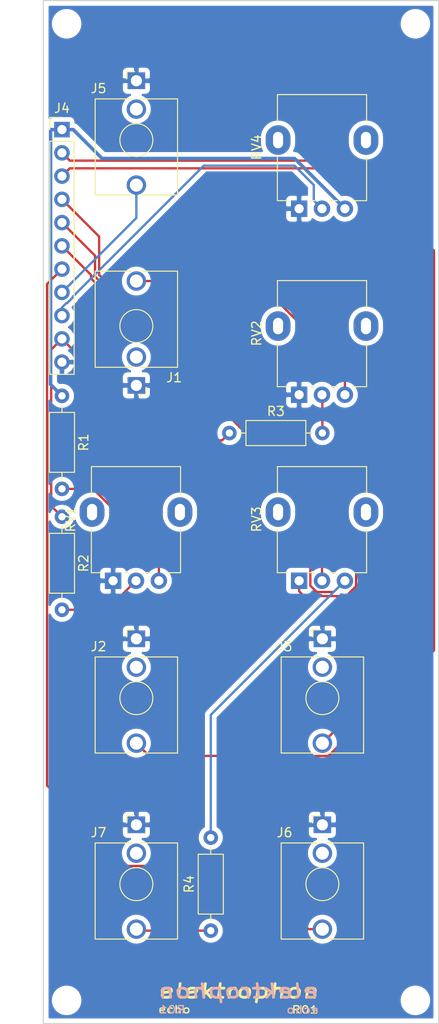
<source format=kicad_pcb>
(kicad_pcb (version 20171130) (host pcbnew "(5.1.4)-1")

  (general
    (thickness 1.6)
    (drawings 4)
    (tracks 79)
    (zones 0)
    (modules 20)
    (nets 23)
  )

  (page A4)
  (title_block
    (title Noise)
    (date 2019-10-20)
    (rev 01)
    (comment 1 "Original design by Yves Usson")
    (comment 2 "PCB for main circuit")
    (comment 4 "License CC BY 4.0 - Attribution 4.0 International")
  )

  (layers
    (0 F.Cu signal)
    (31 B.Cu signal)
    (32 B.Adhes user)
    (33 F.Adhes user)
    (34 B.Paste user)
    (35 F.Paste user)
    (36 B.SilkS user)
    (37 F.SilkS user)
    (38 B.Mask user)
    (39 F.Mask user)
    (40 Dwgs.User user)
    (41 Cmts.User user)
    (42 Eco1.User user)
    (43 Eco2.User user)
    (44 Edge.Cuts user)
    (45 Margin user)
    (46 B.CrtYd user)
    (47 F.CrtYd user)
    (48 B.Fab user)
    (49 F.Fab user)
  )

  (setup
    (last_trace_width 0.25)
    (user_trace_width 0.381)
    (user_trace_width 0.508)
    (trace_clearance 0.2)
    (zone_clearance 0.508)
    (zone_45_only no)
    (trace_min 0.2)
    (via_size 0.8)
    (via_drill 0.4)
    (via_min_size 0.4)
    (via_min_drill 0.3)
    (uvia_size 0.3)
    (uvia_drill 0.1)
    (uvias_allowed no)
    (uvia_min_size 0.2)
    (uvia_min_drill 0.1)
    (edge_width 0.05)
    (segment_width 0.2)
    (pcb_text_width 0.3)
    (pcb_text_size 1.5 1.5)
    (mod_edge_width 0.12)
    (mod_text_size 1 1)
    (mod_text_width 0.15)
    (pad_size 1.524 1.524)
    (pad_drill 0.762)
    (pad_to_mask_clearance 0.051)
    (solder_mask_min_width 0.25)
    (aux_axis_origin 0 0)
    (visible_elements 7FFFFFFF)
    (pcbplotparams
      (layerselection 0x010fc_ffffffff)
      (usegerberextensions false)
      (usegerberattributes false)
      (usegerberadvancedattributes false)
      (creategerberjobfile false)
      (excludeedgelayer true)
      (linewidth 0.100000)
      (plotframeref false)
      (viasonmask false)
      (mode 1)
      (useauxorigin false)
      (hpglpennumber 1)
      (hpglpenspeed 20)
      (hpglpendiameter 15.000000)
      (psnegative false)
      (psa4output false)
      (plotreference true)
      (plotvalue true)
      (plotinvisibletext false)
      (padsonsilk false)
      (subtractmaskfromsilk false)
      (outputformat 1)
      (mirror false)
      (drillshape 0)
      (scaleselection 1)
      (outputdirectory "gerbers"))
  )

  (net 0 "")
  (net 1 GND)
  (net 2 +15V)
  (net 3 "Net-(R1-Pad2)")
  (net 4 "Net-(J1-PadT)")
  (net 5 /CV)
  (net 6 /IN1)
  (net 7 /IN2)
  (net 8 /RECIRC_ATTEN)
  (net 9 /RECIRC_CV)
  (net 10 /MIXED_OUT)
  (net 11 /MIX_3)
  (net 12 /MIX_2)
  (net 13 /MIX_1)
  (net 14 "Net-(J7-PadT)")
  (net 15 "Net-(R2-Pad2)")
  (net 16 "Net-(R3-Pad2)")
  (net 17 "Net-(J1-PadTN)")
  (net 18 "Net-(J2-PadTN)")
  (net 19 "Net-(J3-PadTN)")
  (net 20 "Net-(J5-PadTN)")
  (net 21 "Net-(J6-PadTN)")
  (net 22 "Net-(J7-PadTN)")

  (net_class Default "This is the default net class."
    (clearance 0.2)
    (trace_width 0.25)
    (via_dia 0.8)
    (via_drill 0.4)
    (uvia_dia 0.3)
    (uvia_drill 0.1)
    (add_net +15V)
    (add_net /CV)
    (add_net /IN1)
    (add_net /IN2)
    (add_net /MIXED_OUT)
    (add_net /MIX_1)
    (add_net /MIX_2)
    (add_net /MIX_3)
    (add_net /RECIRC_ATTEN)
    (add_net /RECIRC_CV)
    (add_net GND)
    (add_net "Net-(J1-PadT)")
    (add_net "Net-(J1-PadTN)")
    (add_net "Net-(J2-PadTN)")
    (add_net "Net-(J3-PadTN)")
    (add_net "Net-(J5-PadTN)")
    (add_net "Net-(J6-PadTN)")
    (add_net "Net-(J7-PadT)")
    (add_net "Net-(J7-PadTN)")
    (add_net "Net-(R1-Pad2)")
    (add_net "Net-(R2-Pad2)")
    (add_net "Net-(R3-Pad2)")
  )

  (module "elektrophon:elektrophon logo" locked (layer F.Cu) (tedit 5D74BFC6) (tstamp 5E85077D)
    (at 72.136 160.02)
    (fp_text reference REF** (at 0 3.556) (layer F.SilkS) hide
      (effects (font (size 1 1) (thickness 0.15)))
    )
    (fp_text value "elektrophon logo" (at 0 -3.048) (layer F.Fab) hide
      (effects (font (size 1 1) (thickness 0.15)))
    )
    (fp_text user echo (at 8.84 1.02) (layer B.SilkS)
      (effects (font (size 0.8 1) (thickness 0.15)) (justify left mirror))
    )
    (fp_text user R01 (at -8.83 1) (layer B.SilkS)
      (effects (font (size 0.8 1) (thickness 0.15)) (justify right mirror))
    )
    (fp_text user elektrophon (at 0 -1.016) (layer B.SilkS)
      (effects (font (size 1.5 2) (thickness 0.3) italic) (justify mirror))
    )
    (fp_text user R01 (at 8.8 1.02) (layer F.SilkS)
      (effects (font (size 0.8 1) (thickness 0.15)) (justify right))
    )
    (fp_text user echo (at -8.88 1) (layer F.SilkS)
      (effects (font (size 0.8 1) (thickness 0.15)) (justify left))
    )
    (fp_text user elektrophon (at 0 -1.016) (layer F.SilkS)
      (effects (font (size 1.5 2) (thickness 0.3) italic))
    )
  )

  (module Resistor_THT:R_Axial_DIN0207_L6.3mm_D2.5mm_P10.16mm_Horizontal (layer F.Cu) (tedit 5AE5139B) (tstamp 5E849DB5)
    (at 69.088 152.4 90)
    (descr "Resistor, Axial_DIN0207 series, Axial, Horizontal, pin pitch=10.16mm, 0.25W = 1/4W, length*diameter=6.3*2.5mm^2, http://cdn-reichelt.de/documents/datenblatt/B400/1_4W%23YAG.pdf")
    (tags "Resistor Axial_DIN0207 series Axial Horizontal pin pitch 10.16mm 0.25W = 1/4W length 6.3mm diameter 2.5mm")
    (path /5E862BD7)
    (fp_text reference R4 (at 5.08 -2.37 90) (layer F.SilkS)
      (effects (font (size 1 1) (thickness 0.15)))
    )
    (fp_text value 1k (at 5.08 2.37 90) (layer F.Fab)
      (effects (font (size 1 1) (thickness 0.15)))
    )
    (fp_text user %R (at 5.08 0 90) (layer F.Fab)
      (effects (font (size 1 1) (thickness 0.15)))
    )
    (fp_line (start 11.21 -1.5) (end -1.05 -1.5) (layer F.CrtYd) (width 0.05))
    (fp_line (start 11.21 1.5) (end 11.21 -1.5) (layer F.CrtYd) (width 0.05))
    (fp_line (start -1.05 1.5) (end 11.21 1.5) (layer F.CrtYd) (width 0.05))
    (fp_line (start -1.05 -1.5) (end -1.05 1.5) (layer F.CrtYd) (width 0.05))
    (fp_line (start 9.12 0) (end 8.35 0) (layer F.SilkS) (width 0.12))
    (fp_line (start 1.04 0) (end 1.81 0) (layer F.SilkS) (width 0.12))
    (fp_line (start 8.35 -1.37) (end 1.81 -1.37) (layer F.SilkS) (width 0.12))
    (fp_line (start 8.35 1.37) (end 8.35 -1.37) (layer F.SilkS) (width 0.12))
    (fp_line (start 1.81 1.37) (end 8.35 1.37) (layer F.SilkS) (width 0.12))
    (fp_line (start 1.81 -1.37) (end 1.81 1.37) (layer F.SilkS) (width 0.12))
    (fp_line (start 10.16 0) (end 8.23 0) (layer F.Fab) (width 0.1))
    (fp_line (start 0 0) (end 1.93 0) (layer F.Fab) (width 0.1))
    (fp_line (start 8.23 -1.25) (end 1.93 -1.25) (layer F.Fab) (width 0.1))
    (fp_line (start 8.23 1.25) (end 8.23 -1.25) (layer F.Fab) (width 0.1))
    (fp_line (start 1.93 1.25) (end 8.23 1.25) (layer F.Fab) (width 0.1))
    (fp_line (start 1.93 -1.25) (end 1.93 1.25) (layer F.Fab) (width 0.1))
    (pad 2 thru_hole oval (at 10.16 0 90) (size 1.6 1.6) (drill 0.8) (layers *.Cu *.Mask)
      (net 11 /MIX_3))
    (pad 1 thru_hole circle (at 0 0 90) (size 1.6 1.6) (drill 0.8) (layers *.Cu *.Mask)
      (net 14 "Net-(J7-PadT)"))
    (model ${KISYS3DMOD}/Resistor_THT.3dshapes/R_Axial_DIN0207_L6.3mm_D2.5mm_P10.16mm_Horizontal.wrl
      (at (xyz 0 0 0))
      (scale (xyz 1 1 1))
      (rotate (xyz 0 0 0))
    )
  )

  (module Connector_PinHeader_2.54mm:PinHeader_1x11_P2.54mm_Vertical (layer F.Cu) (tedit 59FED5CC) (tstamp 5E849C80)
    (at 52.832 64.897)
    (descr "Through hole straight pin header, 1x11, 2.54mm pitch, single row")
    (tags "Through hole pin header THT 1x11 2.54mm single row")
    (path /5E84A8C9)
    (fp_text reference J4 (at 0 -2.33) (layer F.SilkS)
      (effects (font (size 1 1) (thickness 0.15)))
    )
    (fp_text value Conn_01x11_Male (at 0 27.73) (layer F.Fab)
      (effects (font (size 1 1) (thickness 0.15)))
    )
    (fp_text user %R (at 0 12.7 90) (layer F.Fab)
      (effects (font (size 1 1) (thickness 0.15)))
    )
    (fp_line (start 1.8 -1.8) (end -1.8 -1.8) (layer F.CrtYd) (width 0.05))
    (fp_line (start 1.8 27.2) (end 1.8 -1.8) (layer F.CrtYd) (width 0.05))
    (fp_line (start -1.8 27.2) (end 1.8 27.2) (layer F.CrtYd) (width 0.05))
    (fp_line (start -1.8 -1.8) (end -1.8 27.2) (layer F.CrtYd) (width 0.05))
    (fp_line (start -1.33 -1.33) (end 0 -1.33) (layer F.SilkS) (width 0.12))
    (fp_line (start -1.33 0) (end -1.33 -1.33) (layer F.SilkS) (width 0.12))
    (fp_line (start -1.33 1.27) (end 1.33 1.27) (layer F.SilkS) (width 0.12))
    (fp_line (start 1.33 1.27) (end 1.33 26.73) (layer F.SilkS) (width 0.12))
    (fp_line (start -1.33 1.27) (end -1.33 26.73) (layer F.SilkS) (width 0.12))
    (fp_line (start -1.33 26.73) (end 1.33 26.73) (layer F.SilkS) (width 0.12))
    (fp_line (start -1.27 -0.635) (end -0.635 -1.27) (layer F.Fab) (width 0.1))
    (fp_line (start -1.27 26.67) (end -1.27 -0.635) (layer F.Fab) (width 0.1))
    (fp_line (start 1.27 26.67) (end -1.27 26.67) (layer F.Fab) (width 0.1))
    (fp_line (start 1.27 -1.27) (end 1.27 26.67) (layer F.Fab) (width 0.1))
    (fp_line (start -0.635 -1.27) (end 1.27 -1.27) (layer F.Fab) (width 0.1))
    (pad 11 thru_hole oval (at 0 25.4) (size 1.7 1.7) (drill 1) (layers *.Cu *.Mask)
      (net 1 GND))
    (pad 10 thru_hole oval (at 0 22.86) (size 1.7 1.7) (drill 1) (layers *.Cu *.Mask)
      (net 5 /CV))
    (pad 9 thru_hole oval (at 0 20.32) (size 1.7 1.7) (drill 1) (layers *.Cu *.Mask)
      (net 8 /RECIRC_ATTEN))
    (pad 8 thru_hole oval (at 0 17.78) (size 1.7 1.7) (drill 1) (layers *.Cu *.Mask)
      (net 9 /RECIRC_CV))
    (pad 7 thru_hole oval (at 0 15.24) (size 1.7 1.7) (drill 1) (layers *.Cu *.Mask)
      (net 10 /MIXED_OUT))
    (pad 6 thru_hole oval (at 0 12.7) (size 1.7 1.7) (drill 1) (layers *.Cu *.Mask)
      (net 11 /MIX_3))
    (pad 5 thru_hole oval (at 0 10.16) (size 1.7 1.7) (drill 1) (layers *.Cu *.Mask)
      (net 12 /MIX_2))
    (pad 4 thru_hole oval (at 0 7.62) (size 1.7 1.7) (drill 1) (layers *.Cu *.Mask)
      (net 13 /MIX_1))
    (pad 3 thru_hole oval (at 0 5.08) (size 1.7 1.7) (drill 1) (layers *.Cu *.Mask)
      (net 7 /IN2))
    (pad 2 thru_hole oval (at 0 2.54) (size 1.7 1.7) (drill 1) (layers *.Cu *.Mask)
      (net 6 /IN1))
    (pad 1 thru_hole rect (at 0 0) (size 1.7 1.7) (drill 1) (layers *.Cu *.Mask)
      (net 2 +15V))
    (model ${KISYS3DMOD}/Connector_PinHeader_2.54mm.3dshapes/PinHeader_1x11_P2.54mm_Vertical.wrl
      (at (xyz 0 0 0))
      (scale (xyz 1 1 1))
      (rotate (xyz 0 0 0))
    )
  )

  (module MountingHole:MountingHole_2.2mm_M2 (layer F.Cu) (tedit 56D1B4CB) (tstamp 5E849BFE)
    (at 53.34 160.02)
    (descr "Mounting Hole 2.2mm, no annular, M2")
    (tags "mounting hole 2.2mm no annular m2")
    (path /5E815540)
    (attr virtual)
    (fp_text reference H4 (at 0 -3.2) (layer F.SilkS) hide
      (effects (font (size 1 1) (thickness 0.15)))
    )
    (fp_text value MountingHole (at 0 3.2) (layer F.Fab) hide
      (effects (font (size 1 1) (thickness 0.15)))
    )
    (fp_circle (center 0 0) (end 2.45 0) (layer F.CrtYd) (width 0.05))
    (fp_circle (center 0 0) (end 2.2 0) (layer Cmts.User) (width 0.15))
    (fp_text user %R (at 0.3 0) (layer F.Fab) hide
      (effects (font (size 1 1) (thickness 0.15)))
    )
    (pad 1 np_thru_hole circle (at 0 0) (size 2.2 2.2) (drill 2.2) (layers *.Cu *.Mask))
  )

  (module MountingHole:MountingHole_2.2mm_M2 (layer F.Cu) (tedit 56D1B4CB) (tstamp 5E849BF6)
    (at 91.44 160.02)
    (descr "Mounting Hole 2.2mm, no annular, M2")
    (tags "mounting hole 2.2mm no annular m2")
    (path /5E8161BC)
    (attr virtual)
    (fp_text reference H3 (at 0 -3.2) (layer F.SilkS) hide
      (effects (font (size 1 1) (thickness 0.15)))
    )
    (fp_text value MountingHole (at 0 3.2) (layer F.Fab) hide
      (effects (font (size 1 1) (thickness 0.15)))
    )
    (fp_circle (center 0 0) (end 2.45 0) (layer F.CrtYd) (width 0.05))
    (fp_circle (center 0 0) (end 2.2 0) (layer Cmts.User) (width 0.15))
    (fp_text user %R (at 0.3 0) (layer F.Fab) hide
      (effects (font (size 1 1) (thickness 0.15)))
    )
    (pad 1 np_thru_hole circle (at 0 0) (size 2.2 2.2) (drill 2.2) (layers *.Cu *.Mask))
  )

  (module MountingHole:MountingHole_2.2mm_M2 (layer F.Cu) (tedit 56D1B4CB) (tstamp 5E849BEE)
    (at 91.44 53.34)
    (descr "Mounting Hole 2.2mm, no annular, M2")
    (tags "mounting hole 2.2mm no annular m2")
    (path /5E816D91)
    (attr virtual)
    (fp_text reference H2 (at 0 -3.2) (layer F.SilkS) hide
      (effects (font (size 1 1) (thickness 0.15)))
    )
    (fp_text value MountingHole (at 0 3.2) (layer F.Fab) hide
      (effects (font (size 1 1) (thickness 0.15)))
    )
    (fp_circle (center 0 0) (end 2.45 0) (layer F.CrtYd) (width 0.05))
    (fp_circle (center 0 0) (end 2.2 0) (layer Cmts.User) (width 0.15))
    (fp_text user %R (at 0.3 0) (layer F.Fab) hide
      (effects (font (size 1 1) (thickness 0.15)))
    )
    (pad 1 np_thru_hole circle (at 0 0) (size 2.2 2.2) (drill 2.2) (layers *.Cu *.Mask))
  )

  (module MountingHole:MountingHole_2.2mm_M2 (layer F.Cu) (tedit 56D1B4CB) (tstamp 5E849BE6)
    (at 53.34 53.34)
    (descr "Mounting Hole 2.2mm, no annular, M2")
    (tags "mounting hole 2.2mm no annular m2")
    (path /5E817A44)
    (attr virtual)
    (fp_text reference H1 (at 0 -3.2) (layer F.SilkS) hide
      (effects (font (size 1 1) (thickness 0.15)))
    )
    (fp_text value MountingHole (at 0 3.2) (layer F.Fab) hide
      (effects (font (size 1 1) (thickness 0.15)))
    )
    (fp_circle (center 0 0) (end 2.45 0) (layer F.CrtYd) (width 0.05))
    (fp_circle (center 0 0) (end 2.2 0) (layer Cmts.User) (width 0.15))
    (fp_text user %R (at 0.3 0) (layer F.Fab) hide
      (effects (font (size 1 1) (thickness 0.15)))
    )
    (pad 1 np_thru_hole circle (at 0 0) (size 2.2 2.2) (drill 2.2) (layers *.Cu *.Mask))
  )

  (module elektrophon:Jack_3.5mm_WQP-PJ398SM_Vertical (layer F.Cu) (tedit 5DA46BDA) (tstamp 5E7FEDBC)
    (at 60.96 147.32)
    (descr "TRS 3.5mm, vertical, Thonkiconn, PCB mount, (http://www.qingpu-electronics.com/en/products/WQP-PJ398SM-362.html)")
    (tags "WQP-PJ398SM WQP-PJ301M-12 TRS 3.5mm mono vertical jack thonkiconn qingpu")
    (path /5EA45375)
    (fp_text reference J7 (at -4.13 -5.63) (layer F.SilkS)
      (effects (font (size 1 1) (thickness 0.15)))
    )
    (fp_text value "delayed OUT" (at 0 -1.48) (layer F.Fab)
      (effects (font (size 1 1) (thickness 0.15)))
    )
    (fp_text user KEEPOUT (at 0 0 180) (layer Cmts.User)
      (effects (font (size 0.4 0.4) (thickness 0.051)))
    )
    (fp_line (start -5 6.5) (end -5 -7.9) (layer F.CrtYd) (width 0.05))
    (fp_line (start -4.5 6) (end -4.5 -4.4) (layer F.Fab) (width 0.1))
    (fp_text user %R (at 0 1.52) (layer F.Fab)
      (effects (font (size 1 1) (thickness 0.15)))
    )
    (fp_line (start -4.5 -4.5) (end -4.5 6) (layer F.SilkS) (width 0.12))
    (fp_line (start 4.5 -4.5) (end 4.5 6) (layer F.SilkS) (width 0.12))
    (fp_circle (center 0 0) (end 1.5 0) (layer Dwgs.User) (width 0.12))
    (fp_line (start 0.09 1.48) (end 1.48 0.09) (layer Dwgs.User) (width 0.12))
    (fp_line (start -0.58 1.35) (end 1.36 -0.59) (layer Dwgs.User) (width 0.12))
    (fp_line (start -1.07 1.01) (end 1.01 -1.07) (layer Dwgs.User) (width 0.12))
    (fp_line (start -1.42 0.395) (end 0.4 -1.42) (layer Dwgs.User) (width 0.12))
    (fp_line (start -1.41 -0.46) (end -0.46 -1.41) (layer Dwgs.User) (width 0.12))
    (fp_line (start 4.5 6) (end 0.5 6) (layer F.SilkS) (width 0.12))
    (fp_line (start -0.5 6) (end -4.5 6) (layer F.SilkS) (width 0.12))
    (fp_line (start 4.5 -4.5) (end 0.35 -4.5) (layer F.SilkS) (width 0.12))
    (fp_line (start -0.35 -4.5) (end -4.5 -4.5) (layer F.SilkS) (width 0.12))
    (fp_circle (center 0 0) (end 1.8 0) (layer F.SilkS) (width 0.12))
    (fp_line (start -1.06 -7.48) (end -1.06 -6.68) (layer F.SilkS) (width 0.12))
    (fp_line (start -1.06 -7.48) (end -0.2 -7.48) (layer F.SilkS) (width 0.12))
    (fp_line (start 4.5 6) (end 4.5 -4.4) (layer F.Fab) (width 0.1))
    (fp_line (start 4.5 6) (end -4.5 6) (layer F.Fab) (width 0.1))
    (fp_line (start 5 6.5) (end 5 -7.9) (layer F.CrtYd) (width 0.05))
    (fp_line (start 5 6.5) (end -5 6.5) (layer F.CrtYd) (width 0.05))
    (fp_line (start 5 -7.9) (end -5 -7.9) (layer F.CrtYd) (width 0.05))
    (fp_line (start 4.5 -4.45) (end -4.5 -4.45) (layer F.Fab) (width 0.1))
    (fp_circle (center 0 0) (end 1.8 0) (layer F.Fab) (width 0.1))
    (fp_line (start 0 -6.48) (end 0 -4.45) (layer F.Fab) (width 0.1))
    (pad TN thru_hole circle (at 0 -3.38 180) (size 2.13 2.13) (drill 1.42) (layers *.Cu *.Mask)
      (net 22 "Net-(J7-PadTN)"))
    (pad S thru_hole rect (at 0 -6.48 180) (size 1.93 1.83) (drill 1.22) (layers *.Cu *.Mask)
      (net 1 GND))
    (pad T thru_hole circle (at 0 4.92 180) (size 2.13 2.13) (drill 1.43) (layers *.Cu *.Mask)
      (net 14 "Net-(J7-PadT)"))
    (model ${KISYS3DMOD}/Connector_Audio.3dshapes/Jack_3.5mm_QingPu_WQP-PJ398SM_Vertical.wrl
      (at (xyz 0 0 0))
      (scale (xyz 1 1 1))
      (rotate (xyz 0 0 0))
    )
    (model "${KIPRJMOD}/../../../lib/kicad/models/PJ301M-12 Thonkiconn v0.2.stp"
      (offset (xyz 0 -1 0))
      (scale (xyz 1 1 1))
      (rotate (xyz 0 0 180))
    )
  )

  (module elektrophon:Jack_3.5mm_WQP-PJ398SM_Vertical (layer F.Cu) (tedit 5DA46BDA) (tstamp 5E7FED9A)
    (at 81.28 147.32)
    (descr "TRS 3.5mm, vertical, Thonkiconn, PCB mount, (http://www.qingpu-electronics.com/en/products/WQP-PJ398SM-362.html)")
    (tags "WQP-PJ398SM WQP-PJ301M-12 TRS 3.5mm mono vertical jack thonkiconn qingpu")
    (path /5D64B3F0)
    (fp_text reference J6 (at -4.13 -5.63) (layer F.SilkS)
      (effects (font (size 1 1) (thickness 0.15)))
    )
    (fp_text value "Mixed OUT" (at 0 -1.48) (layer F.Fab)
      (effects (font (size 1 1) (thickness 0.15)))
    )
    (fp_text user KEEPOUT (at 0 0 180) (layer Cmts.User)
      (effects (font (size 0.4 0.4) (thickness 0.051)))
    )
    (fp_line (start -5 6.5) (end -5 -7.9) (layer F.CrtYd) (width 0.05))
    (fp_line (start -4.5 6) (end -4.5 -4.4) (layer F.Fab) (width 0.1))
    (fp_text user %R (at 0 1.52) (layer F.Fab)
      (effects (font (size 1 1) (thickness 0.15)))
    )
    (fp_line (start -4.5 -4.5) (end -4.5 6) (layer F.SilkS) (width 0.12))
    (fp_line (start 4.5 -4.5) (end 4.5 6) (layer F.SilkS) (width 0.12))
    (fp_circle (center 0 0) (end 1.5 0) (layer Dwgs.User) (width 0.12))
    (fp_line (start 0.09 1.48) (end 1.48 0.09) (layer Dwgs.User) (width 0.12))
    (fp_line (start -0.58 1.35) (end 1.36 -0.59) (layer Dwgs.User) (width 0.12))
    (fp_line (start -1.07 1.01) (end 1.01 -1.07) (layer Dwgs.User) (width 0.12))
    (fp_line (start -1.42 0.395) (end 0.4 -1.42) (layer Dwgs.User) (width 0.12))
    (fp_line (start -1.41 -0.46) (end -0.46 -1.41) (layer Dwgs.User) (width 0.12))
    (fp_line (start 4.5 6) (end 0.5 6) (layer F.SilkS) (width 0.12))
    (fp_line (start -0.5 6) (end -4.5 6) (layer F.SilkS) (width 0.12))
    (fp_line (start 4.5 -4.5) (end 0.35 -4.5) (layer F.SilkS) (width 0.12))
    (fp_line (start -0.35 -4.5) (end -4.5 -4.5) (layer F.SilkS) (width 0.12))
    (fp_circle (center 0 0) (end 1.8 0) (layer F.SilkS) (width 0.12))
    (fp_line (start -1.06 -7.48) (end -1.06 -6.68) (layer F.SilkS) (width 0.12))
    (fp_line (start -1.06 -7.48) (end -0.2 -7.48) (layer F.SilkS) (width 0.12))
    (fp_line (start 4.5 6) (end 4.5 -4.4) (layer F.Fab) (width 0.1))
    (fp_line (start 4.5 6) (end -4.5 6) (layer F.Fab) (width 0.1))
    (fp_line (start 5 6.5) (end 5 -7.9) (layer F.CrtYd) (width 0.05))
    (fp_line (start 5 6.5) (end -5 6.5) (layer F.CrtYd) (width 0.05))
    (fp_line (start 5 -7.9) (end -5 -7.9) (layer F.CrtYd) (width 0.05))
    (fp_line (start 4.5 -4.45) (end -4.5 -4.45) (layer F.Fab) (width 0.1))
    (fp_circle (center 0 0) (end 1.8 0) (layer F.Fab) (width 0.1))
    (fp_line (start 0 -6.48) (end 0 -4.45) (layer F.Fab) (width 0.1))
    (pad TN thru_hole circle (at 0 -3.38 180) (size 2.13 2.13) (drill 1.42) (layers *.Cu *.Mask)
      (net 21 "Net-(J6-PadTN)"))
    (pad S thru_hole rect (at 0 -6.48 180) (size 1.93 1.83) (drill 1.22) (layers *.Cu *.Mask)
      (net 1 GND))
    (pad T thru_hole circle (at 0 4.92 180) (size 2.13 2.13) (drill 1.43) (layers *.Cu *.Mask)
      (net 10 /MIXED_OUT))
    (model ${KISYS3DMOD}/Connector_Audio.3dshapes/Jack_3.5mm_QingPu_WQP-PJ398SM_Vertical.wrl
      (at (xyz 0 0 0))
      (scale (xyz 1 1 1))
      (rotate (xyz 0 0 0))
    )
    (model "${KIPRJMOD}/../../../lib/kicad/models/PJ301M-12 Thonkiconn v0.2.stp"
      (offset (xyz 0 -1 0))
      (scale (xyz 1 1 1))
      (rotate (xyz 0 0 180))
    )
  )

  (module elektrophon:Jack_3.5mm_WQP-PJ398SM_Vertical (layer F.Cu) (tedit 5DA46BDA) (tstamp 5E7FED2A)
    (at 60.96 66.04)
    (descr "TRS 3.5mm, vertical, Thonkiconn, PCB mount, (http://www.qingpu-electronics.com/en/products/WQP-PJ398SM-362.html)")
    (tags "WQP-PJ398SM WQP-PJ301M-12 TRS 3.5mm mono vertical jack thonkiconn qingpu")
    (path /5E6E680B)
    (fp_text reference J5 (at -4.13 -5.63) (layer F.SilkS)
      (effects (font (size 1 1) (thickness 0.15)))
    )
    (fp_text value RECIRC (at 0 -1.48) (layer F.Fab)
      (effects (font (size 1 1) (thickness 0.15)))
    )
    (fp_text user KEEPOUT (at 0 0 180) (layer Cmts.User)
      (effects (font (size 0.4 0.4) (thickness 0.051)))
    )
    (fp_line (start -5 6.5) (end -5 -7.9) (layer F.CrtYd) (width 0.05))
    (fp_line (start -4.5 6) (end -4.5 -4.4) (layer F.Fab) (width 0.1))
    (fp_text user %R (at 0 1.52) (layer F.Fab)
      (effects (font (size 1 1) (thickness 0.15)))
    )
    (fp_line (start -4.5 -4.5) (end -4.5 6) (layer F.SilkS) (width 0.12))
    (fp_line (start 4.5 -4.5) (end 4.5 6) (layer F.SilkS) (width 0.12))
    (fp_circle (center 0 0) (end 1.5 0) (layer Dwgs.User) (width 0.12))
    (fp_line (start 0.09 1.48) (end 1.48 0.09) (layer Dwgs.User) (width 0.12))
    (fp_line (start -0.58 1.35) (end 1.36 -0.59) (layer Dwgs.User) (width 0.12))
    (fp_line (start -1.07 1.01) (end 1.01 -1.07) (layer Dwgs.User) (width 0.12))
    (fp_line (start -1.42 0.395) (end 0.4 -1.42) (layer Dwgs.User) (width 0.12))
    (fp_line (start -1.41 -0.46) (end -0.46 -1.41) (layer Dwgs.User) (width 0.12))
    (fp_line (start 4.5 6) (end 0.5 6) (layer F.SilkS) (width 0.12))
    (fp_line (start -0.5 6) (end -4.5 6) (layer F.SilkS) (width 0.12))
    (fp_line (start 4.5 -4.5) (end 0.35 -4.5) (layer F.SilkS) (width 0.12))
    (fp_line (start -0.35 -4.5) (end -4.5 -4.5) (layer F.SilkS) (width 0.12))
    (fp_circle (center 0 0) (end 1.8 0) (layer F.SilkS) (width 0.12))
    (fp_line (start -1.06 -7.48) (end -1.06 -6.68) (layer F.SilkS) (width 0.12))
    (fp_line (start -1.06 -7.48) (end -0.2 -7.48) (layer F.SilkS) (width 0.12))
    (fp_line (start 4.5 6) (end 4.5 -4.4) (layer F.Fab) (width 0.1))
    (fp_line (start 4.5 6) (end -4.5 6) (layer F.Fab) (width 0.1))
    (fp_line (start 5 6.5) (end 5 -7.9) (layer F.CrtYd) (width 0.05))
    (fp_line (start 5 6.5) (end -5 6.5) (layer F.CrtYd) (width 0.05))
    (fp_line (start 5 -7.9) (end -5 -7.9) (layer F.CrtYd) (width 0.05))
    (fp_line (start 4.5 -4.45) (end -4.5 -4.45) (layer F.Fab) (width 0.1))
    (fp_circle (center 0 0) (end 1.8 0) (layer F.Fab) (width 0.1))
    (fp_line (start 0 -6.48) (end 0 -4.45) (layer F.Fab) (width 0.1))
    (pad TN thru_hole circle (at 0 -3.38 180) (size 2.13 2.13) (drill 1.42) (layers *.Cu *.Mask)
      (net 20 "Net-(J5-PadTN)"))
    (pad S thru_hole rect (at 0 -6.48 180) (size 1.93 1.83) (drill 1.22) (layers *.Cu *.Mask)
      (net 1 GND))
    (pad T thru_hole circle (at 0 4.92 180) (size 2.13 2.13) (drill 1.43) (layers *.Cu *.Mask)
      (net 9 /RECIRC_CV))
    (model ${KISYS3DMOD}/Connector_Audio.3dshapes/Jack_3.5mm_QingPu_WQP-PJ398SM_Vertical.wrl
      (at (xyz 0 0 0))
      (scale (xyz 1 1 1))
      (rotate (xyz 0 0 0))
    )
    (model "${KIPRJMOD}/../../../lib/kicad/models/PJ301M-12 Thonkiconn v0.2.stp"
      (offset (xyz 0 -1 0))
      (scale (xyz 1 1 1))
      (rotate (xyz 0 0 180))
    )
  )

  (module elektrophon:Jack_3.5mm_WQP-PJ398SM_Vertical (layer F.Cu) (tedit 5DA46BDA) (tstamp 5E7FED08)
    (at 60.96 86.36 180)
    (descr "TRS 3.5mm, vertical, Thonkiconn, PCB mount, (http://www.qingpu-electronics.com/en/products/WQP-PJ398SM-362.html)")
    (tags "WQP-PJ398SM WQP-PJ301M-12 TRS 3.5mm mono vertical jack thonkiconn qingpu")
    (path /5E6F8D85)
    (fp_text reference J1 (at -4.13 -5.63) (layer F.SilkS)
      (effects (font (size 1 1) (thickness 0.15)))
    )
    (fp_text value CV (at 0 -1.48) (layer F.Fab)
      (effects (font (size 1 1) (thickness 0.15)))
    )
    (fp_text user KEEPOUT (at 0 0 180) (layer Cmts.User)
      (effects (font (size 0.4 0.4) (thickness 0.051)))
    )
    (fp_line (start -5 6.5) (end -5 -7.9) (layer F.CrtYd) (width 0.05))
    (fp_line (start -4.5 6) (end -4.5 -4.4) (layer F.Fab) (width 0.1))
    (fp_text user %R (at 0 1.52) (layer F.Fab)
      (effects (font (size 1 1) (thickness 0.15)))
    )
    (fp_line (start -4.5 -4.5) (end -4.5 6) (layer F.SilkS) (width 0.12))
    (fp_line (start 4.5 -4.5) (end 4.5 6) (layer F.SilkS) (width 0.12))
    (fp_circle (center 0 0) (end 1.5 0) (layer Dwgs.User) (width 0.12))
    (fp_line (start 0.09 1.48) (end 1.48 0.09) (layer Dwgs.User) (width 0.12))
    (fp_line (start -0.58 1.35) (end 1.36 -0.59) (layer Dwgs.User) (width 0.12))
    (fp_line (start -1.07 1.01) (end 1.01 -1.07) (layer Dwgs.User) (width 0.12))
    (fp_line (start -1.42 0.395) (end 0.4 -1.42) (layer Dwgs.User) (width 0.12))
    (fp_line (start -1.41 -0.46) (end -0.46 -1.41) (layer Dwgs.User) (width 0.12))
    (fp_line (start 4.5 6) (end 0.5 6) (layer F.SilkS) (width 0.12))
    (fp_line (start -0.5 6) (end -4.5 6) (layer F.SilkS) (width 0.12))
    (fp_line (start 4.5 -4.5) (end 0.35 -4.5) (layer F.SilkS) (width 0.12))
    (fp_line (start -0.35 -4.5) (end -4.5 -4.5) (layer F.SilkS) (width 0.12))
    (fp_circle (center 0 0) (end 1.8 0) (layer F.SilkS) (width 0.12))
    (fp_line (start -1.06 -7.48) (end -1.06 -6.68) (layer F.SilkS) (width 0.12))
    (fp_line (start -1.06 -7.48) (end -0.2 -7.48) (layer F.SilkS) (width 0.12))
    (fp_line (start 4.5 6) (end 4.5 -4.4) (layer F.Fab) (width 0.1))
    (fp_line (start 4.5 6) (end -4.5 6) (layer F.Fab) (width 0.1))
    (fp_line (start 5 6.5) (end 5 -7.9) (layer F.CrtYd) (width 0.05))
    (fp_line (start 5 6.5) (end -5 6.5) (layer F.CrtYd) (width 0.05))
    (fp_line (start 5 -7.9) (end -5 -7.9) (layer F.CrtYd) (width 0.05))
    (fp_line (start 4.5 -4.45) (end -4.5 -4.45) (layer F.Fab) (width 0.1))
    (fp_circle (center 0 0) (end 1.8 0) (layer F.Fab) (width 0.1))
    (fp_line (start 0 -6.48) (end 0 -4.45) (layer F.Fab) (width 0.1))
    (pad TN thru_hole circle (at 0 -3.38) (size 2.13 2.13) (drill 1.42) (layers *.Cu *.Mask)
      (net 17 "Net-(J1-PadTN)"))
    (pad S thru_hole rect (at 0 -6.48) (size 1.93 1.83) (drill 1.22) (layers *.Cu *.Mask)
      (net 1 GND))
    (pad T thru_hole circle (at 0 4.92) (size 2.13 2.13) (drill 1.43) (layers *.Cu *.Mask)
      (net 4 "Net-(J1-PadT)"))
    (model ${KISYS3DMOD}/Connector_Audio.3dshapes/Jack_3.5mm_QingPu_WQP-PJ398SM_Vertical.wrl
      (at (xyz 0 0 0))
      (scale (xyz 1 1 1))
      (rotate (xyz 0 0 0))
    )
    (model "${KIPRJMOD}/../../../lib/kicad/models/PJ301M-12 Thonkiconn v0.2.stp"
      (offset (xyz 0 -1 0))
      (scale (xyz 1 1 1))
      (rotate (xyz 0 0 180))
    )
  )

  (module elektrophon:Jack_3.5mm_WQP-PJ398SM_Vertical (layer F.Cu) (tedit 5DA46BDA) (tstamp 5E7FECE6)
    (at 81.28 127)
    (descr "TRS 3.5mm, vertical, Thonkiconn, PCB mount, (http://www.qingpu-electronics.com/en/products/WQP-PJ398SM-362.html)")
    (tags "WQP-PJ398SM WQP-PJ301M-12 TRS 3.5mm mono vertical jack thonkiconn qingpu")
    (path /5E5F7AA8)
    (fp_text reference J3 (at -4.13 -5.63) (layer F.SilkS)
      (effects (font (size 1 1) (thickness 0.15)))
    )
    (fp_text value IN (at 0 -1.48) (layer F.Fab)
      (effects (font (size 1 1) (thickness 0.15)))
    )
    (fp_text user KEEPOUT (at 0 0 180) (layer Cmts.User)
      (effects (font (size 0.4 0.4) (thickness 0.051)))
    )
    (fp_line (start -5 6.5) (end -5 -7.9) (layer F.CrtYd) (width 0.05))
    (fp_line (start -4.5 6) (end -4.5 -4.4) (layer F.Fab) (width 0.1))
    (fp_text user %R (at 0 1.52) (layer F.Fab)
      (effects (font (size 1 1) (thickness 0.15)))
    )
    (fp_line (start -4.5 -4.5) (end -4.5 6) (layer F.SilkS) (width 0.12))
    (fp_line (start 4.5 -4.5) (end 4.5 6) (layer F.SilkS) (width 0.12))
    (fp_circle (center 0 0) (end 1.5 0) (layer Dwgs.User) (width 0.12))
    (fp_line (start 0.09 1.48) (end 1.48 0.09) (layer Dwgs.User) (width 0.12))
    (fp_line (start -0.58 1.35) (end 1.36 -0.59) (layer Dwgs.User) (width 0.12))
    (fp_line (start -1.07 1.01) (end 1.01 -1.07) (layer Dwgs.User) (width 0.12))
    (fp_line (start -1.42 0.395) (end 0.4 -1.42) (layer Dwgs.User) (width 0.12))
    (fp_line (start -1.41 -0.46) (end -0.46 -1.41) (layer Dwgs.User) (width 0.12))
    (fp_line (start 4.5 6) (end 0.5 6) (layer F.SilkS) (width 0.12))
    (fp_line (start -0.5 6) (end -4.5 6) (layer F.SilkS) (width 0.12))
    (fp_line (start 4.5 -4.5) (end 0.35 -4.5) (layer F.SilkS) (width 0.12))
    (fp_line (start -0.35 -4.5) (end -4.5 -4.5) (layer F.SilkS) (width 0.12))
    (fp_circle (center 0 0) (end 1.8 0) (layer F.SilkS) (width 0.12))
    (fp_line (start -1.06 -7.48) (end -1.06 -6.68) (layer F.SilkS) (width 0.12))
    (fp_line (start -1.06 -7.48) (end -0.2 -7.48) (layer F.SilkS) (width 0.12))
    (fp_line (start 4.5 6) (end 4.5 -4.4) (layer F.Fab) (width 0.1))
    (fp_line (start 4.5 6) (end -4.5 6) (layer F.Fab) (width 0.1))
    (fp_line (start 5 6.5) (end 5 -7.9) (layer F.CrtYd) (width 0.05))
    (fp_line (start 5 6.5) (end -5 6.5) (layer F.CrtYd) (width 0.05))
    (fp_line (start 5 -7.9) (end -5 -7.9) (layer F.CrtYd) (width 0.05))
    (fp_line (start 4.5 -4.45) (end -4.5 -4.45) (layer F.Fab) (width 0.1))
    (fp_circle (center 0 0) (end 1.8 0) (layer F.Fab) (width 0.1))
    (fp_line (start 0 -6.48) (end 0 -4.45) (layer F.Fab) (width 0.1))
    (pad TN thru_hole circle (at 0 -3.38 180) (size 2.13 2.13) (drill 1.42) (layers *.Cu *.Mask)
      (net 19 "Net-(J3-PadTN)"))
    (pad S thru_hole rect (at 0 -6.48 180) (size 1.93 1.83) (drill 1.22) (layers *.Cu *.Mask)
      (net 1 GND))
    (pad T thru_hole circle (at 0 4.92 180) (size 2.13 2.13) (drill 1.43) (layers *.Cu *.Mask)
      (net 7 /IN2))
    (model ${KISYS3DMOD}/Connector_Audio.3dshapes/Jack_3.5mm_QingPu_WQP-PJ398SM_Vertical.wrl
      (at (xyz 0 0 0))
      (scale (xyz 1 1 1))
      (rotate (xyz 0 0 0))
    )
    (model "${KIPRJMOD}/../../../lib/kicad/models/PJ301M-12 Thonkiconn v0.2.stp"
      (offset (xyz 0 -1 0))
      (scale (xyz 1 1 1))
      (rotate (xyz 0 0 180))
    )
  )

  (module elektrophon:Jack_3.5mm_WQP-PJ398SM_Vertical (layer F.Cu) (tedit 5DA46BDA) (tstamp 5E7FECC4)
    (at 60.96 127)
    (descr "TRS 3.5mm, vertical, Thonkiconn, PCB mount, (http://www.qingpu-electronics.com/en/products/WQP-PJ398SM-362.html)")
    (tags "WQP-PJ398SM WQP-PJ301M-12 TRS 3.5mm mono vertical jack thonkiconn qingpu")
    (path /5D64A5B4)
    (fp_text reference J2 (at -4.13 -5.63) (layer F.SilkS)
      (effects (font (size 1 1) (thickness 0.15)))
    )
    (fp_text value IN (at 0 -1.48) (layer F.Fab)
      (effects (font (size 1 1) (thickness 0.15)))
    )
    (fp_text user KEEPOUT (at 0 0 180) (layer Cmts.User)
      (effects (font (size 0.4 0.4) (thickness 0.051)))
    )
    (fp_line (start -5 6.5) (end -5 -7.9) (layer F.CrtYd) (width 0.05))
    (fp_line (start -4.5 6) (end -4.5 -4.4) (layer F.Fab) (width 0.1))
    (fp_text user %R (at 0 1.52) (layer F.Fab)
      (effects (font (size 1 1) (thickness 0.15)))
    )
    (fp_line (start -4.5 -4.5) (end -4.5 6) (layer F.SilkS) (width 0.12))
    (fp_line (start 4.5 -4.5) (end 4.5 6) (layer F.SilkS) (width 0.12))
    (fp_circle (center 0 0) (end 1.5 0) (layer Dwgs.User) (width 0.12))
    (fp_line (start 0.09 1.48) (end 1.48 0.09) (layer Dwgs.User) (width 0.12))
    (fp_line (start -0.58 1.35) (end 1.36 -0.59) (layer Dwgs.User) (width 0.12))
    (fp_line (start -1.07 1.01) (end 1.01 -1.07) (layer Dwgs.User) (width 0.12))
    (fp_line (start -1.42 0.395) (end 0.4 -1.42) (layer Dwgs.User) (width 0.12))
    (fp_line (start -1.41 -0.46) (end -0.46 -1.41) (layer Dwgs.User) (width 0.12))
    (fp_line (start 4.5 6) (end 0.5 6) (layer F.SilkS) (width 0.12))
    (fp_line (start -0.5 6) (end -4.5 6) (layer F.SilkS) (width 0.12))
    (fp_line (start 4.5 -4.5) (end 0.35 -4.5) (layer F.SilkS) (width 0.12))
    (fp_line (start -0.35 -4.5) (end -4.5 -4.5) (layer F.SilkS) (width 0.12))
    (fp_circle (center 0 0) (end 1.8 0) (layer F.SilkS) (width 0.12))
    (fp_line (start -1.06 -7.48) (end -1.06 -6.68) (layer F.SilkS) (width 0.12))
    (fp_line (start -1.06 -7.48) (end -0.2 -7.48) (layer F.SilkS) (width 0.12))
    (fp_line (start 4.5 6) (end 4.5 -4.4) (layer F.Fab) (width 0.1))
    (fp_line (start 4.5 6) (end -4.5 6) (layer F.Fab) (width 0.1))
    (fp_line (start 5 6.5) (end 5 -7.9) (layer F.CrtYd) (width 0.05))
    (fp_line (start 5 6.5) (end -5 6.5) (layer F.CrtYd) (width 0.05))
    (fp_line (start 5 -7.9) (end -5 -7.9) (layer F.CrtYd) (width 0.05))
    (fp_line (start 4.5 -4.45) (end -4.5 -4.45) (layer F.Fab) (width 0.1))
    (fp_circle (center 0 0) (end 1.8 0) (layer F.Fab) (width 0.1))
    (fp_line (start 0 -6.48) (end 0 -4.45) (layer F.Fab) (width 0.1))
    (pad TN thru_hole circle (at 0 -3.38 180) (size 2.13 2.13) (drill 1.42) (layers *.Cu *.Mask)
      (net 18 "Net-(J2-PadTN)"))
    (pad S thru_hole rect (at 0 -6.48 180) (size 1.93 1.83) (drill 1.22) (layers *.Cu *.Mask)
      (net 1 GND))
    (pad T thru_hole circle (at 0 4.92 180) (size 2.13 2.13) (drill 1.43) (layers *.Cu *.Mask)
      (net 6 /IN1))
    (model ${KISYS3DMOD}/Connector_Audio.3dshapes/Jack_3.5mm_QingPu_WQP-PJ398SM_Vertical.wrl
      (at (xyz 0 0 0))
      (scale (xyz 1 1 1))
      (rotate (xyz 0 0 0))
    )
    (model "${KIPRJMOD}/../../../lib/kicad/models/PJ301M-12 Thonkiconn v0.2.stp"
      (offset (xyz 0 -1 0))
      (scale (xyz 1 1 1))
      (rotate (xyz 0 0 180))
    )
  )

  (module elektrophon:Potentiometer_Alpha_RD901F-40-00D_Single_Vertical (layer F.Cu) (tedit 5DA46BB9) (tstamp 5E7FC631)
    (at 81.28 66.04 90)
    (descr "Potentiometer, vertical, 9mm, single, http://www.taiwanalpha.com.tw/downloads?target=products&id=113")
    (tags "potentiometer vertical 9mm single")
    (path /5E6F6CD6)
    (fp_text reference RV4 (at -0.79 -7.18 270) (layer F.SilkS)
      (effects (font (size 1 1) (thickness 0.15)))
    )
    (fp_text value 10k (at -7.5 7.32 270) (layer F.Fab)
      (effects (font (size 1 1) (thickness 0.15)))
    )
    (fp_line (start -6.62 1.62) (end -6.62 0.79) (layer F.SilkS) (width 0.12))
    (fp_line (start -6.62 -0.83) (end -6.62 -1.36) (layer F.SilkS) (width 0.12))
    (fp_line (start -6.62 -3.73) (end -6.62 -4.91) (layer F.SilkS) (width 0.12))
    (fp_line (start -6.62 4.83) (end -1.9 4.83) (layer F.SilkS) (width 0.12))
    (fp_line (start 1.91 -4.91) (end 4.97 -4.91) (layer F.SilkS) (width 0.12))
    (fp_line (start -6.5 4.71) (end 4.85 4.71) (layer F.Fab) (width 0.1))
    (fp_line (start -6.5 -4.79) (end 4.85 -4.79) (layer F.Fab) (width 0.1))
    (fp_line (start 4.85 4.71) (end 4.85 -4.79) (layer F.Fab) (width 0.1))
    (fp_line (start -6.5 4.71) (end -6.5 -4.79) (layer F.Fab) (width 0.1))
    (fp_circle (center 0 -0.04) (end 0 -3.54) (layer F.Fab) (width 0.1))
    (fp_line (start -6.62 -4.92) (end -1.9 -4.92) (layer F.SilkS) (width 0.12))
    (fp_line (start 1.91 4.83) (end 4.97 4.83) (layer F.SilkS) (width 0.12))
    (fp_line (start -6.62 4.83) (end -6.62 3.34) (layer F.SilkS) (width 0.12))
    (fp_line (start 4.97 4.83) (end 4.97 -4.91) (layer F.SilkS) (width 0.12))
    (fp_line (start 5.1 6.37) (end 5.1 -6.45) (layer F.CrtYd) (width 0.05))
    (fp_line (start 5.1 -6.45) (end -8.65 -6.45) (layer F.CrtYd) (width 0.05))
    (fp_line (start -8.65 -6.45) (end -8.65 6.37) (layer F.CrtYd) (width 0.05))
    (fp_line (start -8.65 6.37) (end 5.1 6.37) (layer F.CrtYd) (width 0.05))
    (fp_text user %R (at 0.12 0 90) (layer F.Fab)
      (effects (font (size 1 1) (thickness 0.15)))
    )
    (pad "" thru_hole oval (at 0 -4.84 180) (size 2.72 3.24) (drill oval 1.1 1.8) (layers *.Cu *.Mask))
    (pad "" thru_hole oval (at 0 4.76 180) (size 2.72 3.24) (drill oval 1.1 1.8) (layers *.Cu *.Mask))
    (pad 3 thru_hole circle (at -7.5 2.46 180) (size 1.8 1.8) (drill 1) (layers *.Cu *.Mask)
      (net 2 +15V))
    (pad 2 thru_hole circle (at -7.5 -0.04 180) (size 1.8 1.8) (drill 1) (layers *.Cu *.Mask)
      (net 8 /RECIRC_ATTEN))
    (pad 1 thru_hole rect (at -7.5 -2.54 180) (size 1.8 1.8) (drill 1) (layers *.Cu *.Mask)
      (net 1 GND))
    (model ${KISYS3DMOD}/Potentiometer_THT.3dshapes/Potentiometer_Alpha_RD901F-40-00D_Single_Vertical.wrl
      (at (xyz 0 0 0))
      (scale (xyz 1 1 1))
      (rotate (xyz 0 0 0))
    )
    (model ${KIPRJMOD}/../../../lib/kicad/models/ALPHA-RD901F-40.step
      (at (xyz 0 0 0))
      (scale (xyz 1 1 1))
      (rotate (xyz 0 0 90))
    )
  )

  (module elektrophon:Potentiometer_Alpha_RD901F-40-00D_Single_Vertical (layer F.Cu) (tedit 5DA46BB9) (tstamp 5E7FC615)
    (at 81.28 106.68 90)
    (descr "Potentiometer, vertical, 9mm, single, http://www.taiwanalpha.com.tw/downloads?target=products&id=113")
    (tags "potentiometer vertical 9mm single")
    (path /5E63779C)
    (fp_text reference RV3 (at -0.79 -7.18 270) (layer F.SilkS)
      (effects (font (size 1 1) (thickness 0.15)))
    )
    (fp_text value "10k LIN" (at -7.5 7.32 270) (layer F.Fab)
      (effects (font (size 1 1) (thickness 0.15)))
    )
    (fp_line (start -6.62 1.62) (end -6.62 0.79) (layer F.SilkS) (width 0.12))
    (fp_line (start -6.62 -0.83) (end -6.62 -1.36) (layer F.SilkS) (width 0.12))
    (fp_line (start -6.62 -3.73) (end -6.62 -4.91) (layer F.SilkS) (width 0.12))
    (fp_line (start -6.62 4.83) (end -1.9 4.83) (layer F.SilkS) (width 0.12))
    (fp_line (start 1.91 -4.91) (end 4.97 -4.91) (layer F.SilkS) (width 0.12))
    (fp_line (start -6.5 4.71) (end 4.85 4.71) (layer F.Fab) (width 0.1))
    (fp_line (start -6.5 -4.79) (end 4.85 -4.79) (layer F.Fab) (width 0.1))
    (fp_line (start 4.85 4.71) (end 4.85 -4.79) (layer F.Fab) (width 0.1))
    (fp_line (start -6.5 4.71) (end -6.5 -4.79) (layer F.Fab) (width 0.1))
    (fp_circle (center 0 -0.04) (end 0 -3.54) (layer F.Fab) (width 0.1))
    (fp_line (start -6.62 -4.92) (end -1.9 -4.92) (layer F.SilkS) (width 0.12))
    (fp_line (start 1.91 4.83) (end 4.97 4.83) (layer F.SilkS) (width 0.12))
    (fp_line (start -6.62 4.83) (end -6.62 3.34) (layer F.SilkS) (width 0.12))
    (fp_line (start 4.97 4.83) (end 4.97 -4.91) (layer F.SilkS) (width 0.12))
    (fp_line (start 5.1 6.37) (end 5.1 -6.45) (layer F.CrtYd) (width 0.05))
    (fp_line (start 5.1 -6.45) (end -8.65 -6.45) (layer F.CrtYd) (width 0.05))
    (fp_line (start -8.65 -6.45) (end -8.65 6.37) (layer F.CrtYd) (width 0.05))
    (fp_line (start -8.65 6.37) (end 5.1 6.37) (layer F.CrtYd) (width 0.05))
    (fp_text user %R (at 0.12 0 90) (layer F.Fab)
      (effects (font (size 1 1) (thickness 0.15)))
    )
    (pad "" thru_hole oval (at 0 -4.84 180) (size 2.72 3.24) (drill oval 1.1 1.8) (layers *.Cu *.Mask))
    (pad "" thru_hole oval (at 0 4.76 180) (size 2.72 3.24) (drill oval 1.1 1.8) (layers *.Cu *.Mask))
    (pad 3 thru_hole circle (at -7.5 2.46 180) (size 1.8 1.8) (drill 1) (layers *.Cu *.Mask)
      (net 11 /MIX_3))
    (pad 2 thru_hole circle (at -7.5 -0.04 180) (size 1.8 1.8) (drill 1) (layers *.Cu *.Mask)
      (net 12 /MIX_2))
    (pad 1 thru_hole rect (at -7.5 -2.54 180) (size 1.8 1.8) (drill 1) (layers *.Cu *.Mask)
      (net 13 /MIX_1))
    (model ${KISYS3DMOD}/Potentiometer_THT.3dshapes/Potentiometer_Alpha_RD901F-40-00D_Single_Vertical.wrl
      (at (xyz 0 0 0))
      (scale (xyz 1 1 1))
      (rotate (xyz 0 0 0))
    )
    (model ${KIPRJMOD}/../../../lib/kicad/models/ALPHA-RD901F-40.step
      (at (xyz 0 0 0))
      (scale (xyz 1 1 1))
      (rotate (xyz 0 0 90))
    )
  )

  (module elektrophon:Potentiometer_Alpha_RD901F-40-00D_Single_Vertical (layer F.Cu) (tedit 5DA46BB9) (tstamp 5E7FC5F9)
    (at 81.28 86.36 90)
    (descr "Potentiometer, vertical, 9mm, single, http://www.taiwanalpha.com.tw/downloads?target=products&id=113")
    (tags "potentiometer vertical 9mm single")
    (path /5E6FE1E4)
    (fp_text reference RV2 (at -0.79 -7.18 270) (layer F.SilkS)
      (effects (font (size 1 1) (thickness 0.15)))
    )
    (fp_text value 10k (at -7.5 7.32 270) (layer F.Fab)
      (effects (font (size 1 1) (thickness 0.15)))
    )
    (fp_line (start -6.62 1.62) (end -6.62 0.79) (layer F.SilkS) (width 0.12))
    (fp_line (start -6.62 -0.83) (end -6.62 -1.36) (layer F.SilkS) (width 0.12))
    (fp_line (start -6.62 -3.73) (end -6.62 -4.91) (layer F.SilkS) (width 0.12))
    (fp_line (start -6.62 4.83) (end -1.9 4.83) (layer F.SilkS) (width 0.12))
    (fp_line (start 1.91 -4.91) (end 4.97 -4.91) (layer F.SilkS) (width 0.12))
    (fp_line (start -6.5 4.71) (end 4.85 4.71) (layer F.Fab) (width 0.1))
    (fp_line (start -6.5 -4.79) (end 4.85 -4.79) (layer F.Fab) (width 0.1))
    (fp_line (start 4.85 4.71) (end 4.85 -4.79) (layer F.Fab) (width 0.1))
    (fp_line (start -6.5 4.71) (end -6.5 -4.79) (layer F.Fab) (width 0.1))
    (fp_circle (center 0 -0.04) (end 0 -3.54) (layer F.Fab) (width 0.1))
    (fp_line (start -6.62 -4.92) (end -1.9 -4.92) (layer F.SilkS) (width 0.12))
    (fp_line (start 1.91 4.83) (end 4.97 4.83) (layer F.SilkS) (width 0.12))
    (fp_line (start -6.62 4.83) (end -6.62 3.34) (layer F.SilkS) (width 0.12))
    (fp_line (start 4.97 4.83) (end 4.97 -4.91) (layer F.SilkS) (width 0.12))
    (fp_line (start 5.1 6.37) (end 5.1 -6.45) (layer F.CrtYd) (width 0.05))
    (fp_line (start 5.1 -6.45) (end -8.65 -6.45) (layer F.CrtYd) (width 0.05))
    (fp_line (start -8.65 -6.45) (end -8.65 6.37) (layer F.CrtYd) (width 0.05))
    (fp_line (start -8.65 6.37) (end 5.1 6.37) (layer F.CrtYd) (width 0.05))
    (fp_text user %R (at 0.12 0 90) (layer F.Fab)
      (effects (font (size 1 1) (thickness 0.15)))
    )
    (pad "" thru_hole oval (at 0 -4.84 180) (size 2.72 3.24) (drill oval 1.1 1.8) (layers *.Cu *.Mask))
    (pad "" thru_hole oval (at 0 4.76 180) (size 2.72 3.24) (drill oval 1.1 1.8) (layers *.Cu *.Mask))
    (pad 3 thru_hole circle (at -7.5 2.46 180) (size 1.8 1.8) (drill 1) (layers *.Cu *.Mask)
      (net 4 "Net-(J1-PadT)"))
    (pad 2 thru_hole circle (at -7.5 -0.04 180) (size 1.8 1.8) (drill 1) (layers *.Cu *.Mask)
      (net 16 "Net-(R3-Pad2)"))
    (pad 1 thru_hole rect (at -7.5 -2.54 180) (size 1.8 1.8) (drill 1) (layers *.Cu *.Mask)
      (net 1 GND))
    (model ${KISYS3DMOD}/Potentiometer_THT.3dshapes/Potentiometer_Alpha_RD901F-40-00D_Single_Vertical.wrl
      (at (xyz 0 0 0))
      (scale (xyz 1 1 1))
      (rotate (xyz 0 0 0))
    )
    (model ${KIPRJMOD}/../../../lib/kicad/models/ALPHA-RD901F-40.step
      (at (xyz 0 0 0))
      (scale (xyz 1 1 1))
      (rotate (xyz 0 0 90))
    )
  )

  (module elektrophon:Potentiometer_Alpha_RD901F-40-00D_Single_Vertical (layer F.Cu) (tedit 5DA46BB9) (tstamp 5E7FC5DD)
    (at 60.96 106.68 90)
    (descr "Potentiometer, vertical, 9mm, single, http://www.taiwanalpha.com.tw/downloads?target=products&id=113")
    (tags "potentiometer vertical 9mm single")
    (path /5E6D8A9C)
    (fp_text reference RV1 (at -0.79 -7.18 270) (layer F.SilkS)
      (effects (font (size 1 1) (thickness 0.15)))
    )
    (fp_text value 100k (at -7.5 7.32 270) (layer F.Fab)
      (effects (font (size 1 1) (thickness 0.15)))
    )
    (fp_line (start -6.62 1.62) (end -6.62 0.79) (layer F.SilkS) (width 0.12))
    (fp_line (start -6.62 -0.83) (end -6.62 -1.36) (layer F.SilkS) (width 0.12))
    (fp_line (start -6.62 -3.73) (end -6.62 -4.91) (layer F.SilkS) (width 0.12))
    (fp_line (start -6.62 4.83) (end -1.9 4.83) (layer F.SilkS) (width 0.12))
    (fp_line (start 1.91 -4.91) (end 4.97 -4.91) (layer F.SilkS) (width 0.12))
    (fp_line (start -6.5 4.71) (end 4.85 4.71) (layer F.Fab) (width 0.1))
    (fp_line (start -6.5 -4.79) (end 4.85 -4.79) (layer F.Fab) (width 0.1))
    (fp_line (start 4.85 4.71) (end 4.85 -4.79) (layer F.Fab) (width 0.1))
    (fp_line (start -6.5 4.71) (end -6.5 -4.79) (layer F.Fab) (width 0.1))
    (fp_circle (center 0 -0.04) (end 0 -3.54) (layer F.Fab) (width 0.1))
    (fp_line (start -6.62 -4.92) (end -1.9 -4.92) (layer F.SilkS) (width 0.12))
    (fp_line (start 1.91 4.83) (end 4.97 4.83) (layer F.SilkS) (width 0.12))
    (fp_line (start -6.62 4.83) (end -6.62 3.34) (layer F.SilkS) (width 0.12))
    (fp_line (start 4.97 4.83) (end 4.97 -4.91) (layer F.SilkS) (width 0.12))
    (fp_line (start 5.1 6.37) (end 5.1 -6.45) (layer F.CrtYd) (width 0.05))
    (fp_line (start 5.1 -6.45) (end -8.65 -6.45) (layer F.CrtYd) (width 0.05))
    (fp_line (start -8.65 -6.45) (end -8.65 6.37) (layer F.CrtYd) (width 0.05))
    (fp_line (start -8.65 6.37) (end 5.1 6.37) (layer F.CrtYd) (width 0.05))
    (fp_text user %R (at 0.12 0 90) (layer F.Fab)
      (effects (font (size 1 1) (thickness 0.15)))
    )
    (pad "" thru_hole oval (at 0 -4.84 180) (size 2.72 3.24) (drill oval 1.1 1.8) (layers *.Cu *.Mask))
    (pad "" thru_hole oval (at 0 4.76 180) (size 2.72 3.24) (drill oval 1.1 1.8) (layers *.Cu *.Mask))
    (pad 3 thru_hole circle (at -7.5 2.46 180) (size 1.8 1.8) (drill 1) (layers *.Cu *.Mask)
      (net 3 "Net-(R1-Pad2)"))
    (pad 2 thru_hole circle (at -7.5 -0.04 180) (size 1.8 1.8) (drill 1) (layers *.Cu *.Mask)
      (net 15 "Net-(R2-Pad2)"))
    (pad 1 thru_hole rect (at -7.5 -2.54 180) (size 1.8 1.8) (drill 1) (layers *.Cu *.Mask)
      (net 1 GND))
    (model ${KISYS3DMOD}/Potentiometer_THT.3dshapes/Potentiometer_Alpha_RD901F-40-00D_Single_Vertical.wrl
      (at (xyz 0 0 0))
      (scale (xyz 1 1 1))
      (rotate (xyz 0 0 0))
    )
    (model ${KIPRJMOD}/../../../lib/kicad/models/ALPHA-RD901F-40.step
      (at (xyz 0 0 0))
      (scale (xyz 1 1 1))
      (rotate (xyz 0 0 90))
    )
  )

  (module Resistor_THT:R_Axial_DIN0207_L6.3mm_D2.5mm_P10.16mm_Horizontal (layer F.Cu) (tedit 5AE5139B) (tstamp 5E7FC36B)
    (at 71.12 98.044)
    (descr "Resistor, Axial_DIN0207 series, Axial, Horizontal, pin pitch=10.16mm, 0.25W = 1/4W, length*diameter=6.3*2.5mm^2, http://cdn-reichelt.de/documents/datenblatt/B400/1_4W%23YAG.pdf")
    (tags "Resistor Axial_DIN0207 series Axial Horizontal pin pitch 10.16mm 0.25W = 1/4W length 6.3mm diameter 2.5mm")
    (path /5E7038B4)
    (fp_text reference R3 (at 5.08 -2.37) (layer F.SilkS)
      (effects (font (size 1 1) (thickness 0.15)))
    )
    (fp_text value 100k (at 5.08 2.37) (layer F.Fab)
      (effects (font (size 1 1) (thickness 0.15)))
    )
    (fp_text user %R (at 5.08 0) (layer F.Fab)
      (effects (font (size 1 1) (thickness 0.15)))
    )
    (fp_line (start 11.21 -1.5) (end -1.05 -1.5) (layer F.CrtYd) (width 0.05))
    (fp_line (start 11.21 1.5) (end 11.21 -1.5) (layer F.CrtYd) (width 0.05))
    (fp_line (start -1.05 1.5) (end 11.21 1.5) (layer F.CrtYd) (width 0.05))
    (fp_line (start -1.05 -1.5) (end -1.05 1.5) (layer F.CrtYd) (width 0.05))
    (fp_line (start 9.12 0) (end 8.35 0) (layer F.SilkS) (width 0.12))
    (fp_line (start 1.04 0) (end 1.81 0) (layer F.SilkS) (width 0.12))
    (fp_line (start 8.35 -1.37) (end 1.81 -1.37) (layer F.SilkS) (width 0.12))
    (fp_line (start 8.35 1.37) (end 8.35 -1.37) (layer F.SilkS) (width 0.12))
    (fp_line (start 1.81 1.37) (end 8.35 1.37) (layer F.SilkS) (width 0.12))
    (fp_line (start 1.81 -1.37) (end 1.81 1.37) (layer F.SilkS) (width 0.12))
    (fp_line (start 10.16 0) (end 8.23 0) (layer F.Fab) (width 0.1))
    (fp_line (start 0 0) (end 1.93 0) (layer F.Fab) (width 0.1))
    (fp_line (start 8.23 -1.25) (end 1.93 -1.25) (layer F.Fab) (width 0.1))
    (fp_line (start 8.23 1.25) (end 8.23 -1.25) (layer F.Fab) (width 0.1))
    (fp_line (start 1.93 1.25) (end 8.23 1.25) (layer F.Fab) (width 0.1))
    (fp_line (start 1.93 -1.25) (end 1.93 1.25) (layer F.Fab) (width 0.1))
    (pad 2 thru_hole oval (at 10.16 0) (size 1.6 1.6) (drill 0.8) (layers *.Cu *.Mask)
      (net 16 "Net-(R3-Pad2)"))
    (pad 1 thru_hole circle (at 0 0) (size 1.6 1.6) (drill 0.8) (layers *.Cu *.Mask)
      (net 5 /CV))
    (model ${KISYS3DMOD}/Resistor_THT.3dshapes/R_Axial_DIN0207_L6.3mm_D2.5mm_P10.16mm_Horizontal.wrl
      (at (xyz 0 0 0))
      (scale (xyz 1 1 1))
      (rotate (xyz 0 0 0))
    )
  )

  (module Resistor_THT:R_Axial_DIN0207_L6.3mm_D2.5mm_P10.16mm_Horizontal (layer F.Cu) (tedit 5AE5139B) (tstamp 5E7FC354)
    (at 52.832 107.188 270)
    (descr "Resistor, Axial_DIN0207 series, Axial, Horizontal, pin pitch=10.16mm, 0.25W = 1/4W, length*diameter=6.3*2.5mm^2, http://cdn-reichelt.de/documents/datenblatt/B400/1_4W%23YAG.pdf")
    (tags "Resistor Axial_DIN0207 series Axial Horizontal pin pitch 10.16mm 0.25W = 1/4W length 6.3mm diameter 2.5mm")
    (path /5E7089C2)
    (fp_text reference R2 (at 5.08 -2.37 90) (layer F.SilkS)
      (effects (font (size 1 1) (thickness 0.15)))
    )
    (fp_text value 300k (at 5.08 2.37 90) (layer F.Fab)
      (effects (font (size 1 1) (thickness 0.15)))
    )
    (fp_text user %R (at 5.08 0 90) (layer F.Fab)
      (effects (font (size 1 1) (thickness 0.15)))
    )
    (fp_line (start 11.21 -1.5) (end -1.05 -1.5) (layer F.CrtYd) (width 0.05))
    (fp_line (start 11.21 1.5) (end 11.21 -1.5) (layer F.CrtYd) (width 0.05))
    (fp_line (start -1.05 1.5) (end 11.21 1.5) (layer F.CrtYd) (width 0.05))
    (fp_line (start -1.05 -1.5) (end -1.05 1.5) (layer F.CrtYd) (width 0.05))
    (fp_line (start 9.12 0) (end 8.35 0) (layer F.SilkS) (width 0.12))
    (fp_line (start 1.04 0) (end 1.81 0) (layer F.SilkS) (width 0.12))
    (fp_line (start 8.35 -1.37) (end 1.81 -1.37) (layer F.SilkS) (width 0.12))
    (fp_line (start 8.35 1.37) (end 8.35 -1.37) (layer F.SilkS) (width 0.12))
    (fp_line (start 1.81 1.37) (end 8.35 1.37) (layer F.SilkS) (width 0.12))
    (fp_line (start 1.81 -1.37) (end 1.81 1.37) (layer F.SilkS) (width 0.12))
    (fp_line (start 10.16 0) (end 8.23 0) (layer F.Fab) (width 0.1))
    (fp_line (start 0 0) (end 1.93 0) (layer F.Fab) (width 0.1))
    (fp_line (start 8.23 -1.25) (end 1.93 -1.25) (layer F.Fab) (width 0.1))
    (fp_line (start 8.23 1.25) (end 8.23 -1.25) (layer F.Fab) (width 0.1))
    (fp_line (start 1.93 1.25) (end 8.23 1.25) (layer F.Fab) (width 0.1))
    (fp_line (start 1.93 -1.25) (end 1.93 1.25) (layer F.Fab) (width 0.1))
    (pad 2 thru_hole oval (at 10.16 0 270) (size 1.6 1.6) (drill 0.8) (layers *.Cu *.Mask)
      (net 15 "Net-(R2-Pad2)"))
    (pad 1 thru_hole circle (at 0 0 270) (size 1.6 1.6) (drill 0.8) (layers *.Cu *.Mask)
      (net 5 /CV))
    (model ${KISYS3DMOD}/Resistor_THT.3dshapes/R_Axial_DIN0207_L6.3mm_D2.5mm_P10.16mm_Horizontal.wrl
      (at (xyz 0 0 0))
      (scale (xyz 1 1 1))
      (rotate (xyz 0 0 0))
    )
  )

  (module Resistor_THT:R_Axial_DIN0207_L6.3mm_D2.5mm_P10.16mm_Horizontal (layer F.Cu) (tedit 5AE5139B) (tstamp 5E7FC30F)
    (at 52.832 93.98 270)
    (descr "Resistor, Axial_DIN0207 series, Axial, Horizontal, pin pitch=10.16mm, 0.25W = 1/4W, length*diameter=6.3*2.5mm^2, http://cdn-reichelt.de/documents/datenblatt/B400/1_4W%23YAG.pdf")
    (tags "Resistor Axial_DIN0207 series Axial Horizontal pin pitch 10.16mm 0.25W = 1/4W length 6.3mm diameter 2.5mm")
    (path /5E6DCECE)
    (fp_text reference R1 (at 5.08 -2.37 90) (layer F.SilkS)
      (effects (font (size 1 1) (thickness 0.15)))
    )
    (fp_text value 360 (at 5.08 2.37 90) (layer F.Fab)
      (effects (font (size 1 1) (thickness 0.15)))
    )
    (fp_text user %R (at 5.08 0 90) (layer F.Fab)
      (effects (font (size 1 1) (thickness 0.15)))
    )
    (fp_line (start 11.21 -1.5) (end -1.05 -1.5) (layer F.CrtYd) (width 0.05))
    (fp_line (start 11.21 1.5) (end 11.21 -1.5) (layer F.CrtYd) (width 0.05))
    (fp_line (start -1.05 1.5) (end 11.21 1.5) (layer F.CrtYd) (width 0.05))
    (fp_line (start -1.05 -1.5) (end -1.05 1.5) (layer F.CrtYd) (width 0.05))
    (fp_line (start 9.12 0) (end 8.35 0) (layer F.SilkS) (width 0.12))
    (fp_line (start 1.04 0) (end 1.81 0) (layer F.SilkS) (width 0.12))
    (fp_line (start 8.35 -1.37) (end 1.81 -1.37) (layer F.SilkS) (width 0.12))
    (fp_line (start 8.35 1.37) (end 8.35 -1.37) (layer F.SilkS) (width 0.12))
    (fp_line (start 1.81 1.37) (end 8.35 1.37) (layer F.SilkS) (width 0.12))
    (fp_line (start 1.81 -1.37) (end 1.81 1.37) (layer F.SilkS) (width 0.12))
    (fp_line (start 10.16 0) (end 8.23 0) (layer F.Fab) (width 0.1))
    (fp_line (start 0 0) (end 1.93 0) (layer F.Fab) (width 0.1))
    (fp_line (start 8.23 -1.25) (end 1.93 -1.25) (layer F.Fab) (width 0.1))
    (fp_line (start 8.23 1.25) (end 8.23 -1.25) (layer F.Fab) (width 0.1))
    (fp_line (start 1.93 1.25) (end 8.23 1.25) (layer F.Fab) (width 0.1))
    (fp_line (start 1.93 -1.25) (end 1.93 1.25) (layer F.Fab) (width 0.1))
    (pad 2 thru_hole oval (at 10.16 0 270) (size 1.6 1.6) (drill 0.8) (layers *.Cu *.Mask)
      (net 3 "Net-(R1-Pad2)"))
    (pad 1 thru_hole circle (at 0 0 270) (size 1.6 1.6) (drill 0.8) (layers *.Cu *.Mask)
      (net 2 +15V))
    (model ${KISYS3DMOD}/Resistor_THT.3dshapes/R_Axial_DIN0207_L6.3mm_D2.5mm_P10.16mm_Horizontal.wrl
      (at (xyz 0 0 0))
      (scale (xyz 1 1 1))
      (rotate (xyz 0 0 0))
    )
  )

  (gr_line (start 50.8 162.56) (end 50.8 50.8) (layer Edge.Cuts) (width 0.12) (tstamp 5D9D12B5))
  (gr_line (start 93.98 162.56) (end 50.8 162.56) (layer Edge.Cuts) (width 0.12))
  (gr_line (start 93.98 50.8) (end 93.98 162.56) (layer Edge.Cuts) (width 0.12))
  (gr_line (start 50.8 50.8) (end 93.98 50.8) (layer Edge.Cuts) (width 0.12))

  (segment (start 51.591499 92.739499) (end 52.832 93.98) (width 0.381) (layer B.Cu) (net 2) (status 20))
  (segment (start 51.591499 64.906501) (end 51.591499 92.739499) (width 0.381) (layer B.Cu) (net 2))
  (segment (start 51.601 64.897) (end 51.591499 64.906501) (width 0.381) (layer B.Cu) (net 2))
  (segment (start 52.832 64.897) (end 51.601 64.897) (width 0.381) (layer B.Cu) (net 2) (status 10))
  (segment (start 78.25051 68.05051) (end 83.74 73.54) (width 0.381) (layer B.Cu) (net 2) (status 20))
  (segment (start 57.21651 68.05051) (end 78.25051 68.05051) (width 0.381) (layer B.Cu) (net 2))
  (segment (start 54.063 64.897) (end 57.21651 68.05051) (width 0.381) (layer B.Cu) (net 2))
  (segment (start 52.832 64.897) (end 54.063 64.897) (width 0.381) (layer B.Cu) (net 2) (status 10))
  (segment (start 63.42 111.337037) (end 63.42 114.18) (width 0.25) (layer F.Cu) (net 3) (status 20))
  (segment (start 56.222963 104.14) (end 63.42 111.337037) (width 0.25) (layer F.Cu) (net 3))
  (segment (start 52.832 104.14) (end 56.222963 104.14) (width 0.25) (layer F.Cu) (net 3) (status 10))
  (segment (start 83.74 91.017037) (end 83.74 93.86) (width 0.25) (layer F.Cu) (net 4) (status 20))
  (segment (start 74.162963 81.44) (end 83.74 91.017037) (width 0.25) (layer F.Cu) (net 4))
  (segment (start 60.96 81.44) (end 74.162963 81.44) (width 0.25) (layer F.Cu) (net 4) (status 10))
  (segment (start 63.918999 98.843999) (end 52.832 87.757) (width 0.25) (layer F.Cu) (net 5) (status 20))
  (segment (start 70.320001 98.843999) (end 63.918999 98.843999) (width 0.25) (layer F.Cu) (net 5))
  (segment (start 71.12 98.044) (end 70.320001 98.843999) (width 0.25) (layer F.Cu) (net 5) (status 10))
  (segment (start 51.656999 88.932001) (end 52.832 87.757) (width 0.25) (layer F.Cu) (net 5) (status 20))
  (segment (start 51.656999 106.012999) (end 52.832 107.188) (width 0.25) (layer F.Cu) (net 5) (status 20))
  (segment (start 51.656999 102.964999) (end 51.656999 101.440999) (width 0.25) (layer F.Cu) (net 5))
  (segment (start 51.656999 101.440999) (end 51.656999 106.012999) (width 0.25) (layer F.Cu) (net 5))
  (segment (start 51.656999 101.440999) (end 51.656999 88.932001) (width 0.25) (layer F.Cu) (net 5))
  (segment (start 81.947201 133.310001) (end 62.350001 133.310001) (width 0.25) (layer F.Cu) (net 6))
  (segment (start 62.350001 133.310001) (end 60.96 131.92) (width 0.25) (layer F.Cu) (net 6) (status 20))
  (segment (start 93.472 78.103589) (end 93.472 121.785202) (width 0.25) (layer F.Cu) (net 6))
  (segment (start 93.472 121.785202) (end 81.947201 133.310001) (width 0.25) (layer F.Cu) (net 6))
  (segment (start 53.681999 68.286999) (end 83.65541 68.286999) (width 0.25) (layer F.Cu) (net 6))
  (segment (start 83.65541 68.286999) (end 93.472 78.103589) (width 0.25) (layer F.Cu) (net 6))
  (segment (start 52.832 67.437) (end 53.681999 68.286999) (width 0.25) (layer F.Cu) (net 6) (status 10))
  (segment (start 83.859001 69.127001) (end 53.681999 69.127001) (width 0.25) (layer F.Cu) (net 7))
  (segment (start 81.28 131.92) (end 92.964 120.236) (width 0.25) (layer F.Cu) (net 7) (status 10))
  (segment (start 53.681999 69.127001) (end 52.832 69.977) (width 0.25) (layer F.Cu) (net 7) (status 20))
  (segment (start 92.964 120.236) (end 92.964 78.232) (width 0.25) (layer F.Cu) (net 7))
  (segment (start 92.964 78.232) (end 83.859001 69.127001) (width 0.25) (layer F.Cu) (net 7))
  (segment (start 80.340001 70.942001) (end 80.340001 72.640001) (width 0.25) (layer B.Cu) (net 8))
  (segment (start 78.232 68.834) (end 80.340001 70.942001) (width 0.25) (layer B.Cu) (net 8))
  (segment (start 52.832 84.328) (end 53.307999 83.852001) (width 0.25) (layer B.Cu) (net 8))
  (segment (start 68.326 68.834) (end 78.232 68.834) (width 0.25) (layer B.Cu) (net 8))
  (segment (start 52.832 85.217) (end 52.832 84.328) (width 0.25) (layer B.Cu) (net 8) (status 10))
  (segment (start 80.340001 72.640001) (end 81.24 73.54) (width 0.25) (layer B.Cu) (net 8) (status 20))
  (segment (start 53.396001 83.852001) (end 54.007001 83.241001) (width 0.25) (layer B.Cu) (net 8))
  (segment (start 53.307999 83.852001) (end 53.396001 83.852001) (width 0.25) (layer B.Cu) (net 8))
  (segment (start 54.007001 83.241001) (end 54.007001 83.152999) (width 0.25) (layer B.Cu) (net 8))
  (segment (start 54.007001 83.152999) (end 68.326 68.834) (width 0.25) (layer B.Cu) (net 8))
  (segment (start 60.96 74.549) (end 60.96 70.96) (width 0.25) (layer B.Cu) (net 9) (status 20))
  (segment (start 52.832 82.677) (end 60.96 74.549) (width 0.25) (layer B.Cu) (net 9) (status 10))
  (segment (start 72.863864 145.330001) (end 59.986001 145.330001) (width 0.25) (layer F.Cu) (net 10))
  (segment (start 81.28 152.24) (end 79.773863 152.24) (width 0.25) (layer F.Cu) (net 10) (status 10))
  (segment (start 79.773863 152.24) (end 72.863864 145.330001) (width 0.25) (layer F.Cu) (net 10))
  (segment (start 51.206988 81.762012) (end 52.832 80.137) (width 0.25) (layer F.Cu) (net 10) (status 20))
  (segment (start 51.206988 136.550988) (end 51.206988 81.762012) (width 0.25) (layer F.Cu) (net 10))
  (segment (start 59.986001 145.330001) (end 51.206988 136.550988) (width 0.25) (layer F.Cu) (net 10))
  (segment (start 69.088 128.832) (end 83.74 114.18) (width 0.25) (layer B.Cu) (net 11) (status 20))
  (segment (start 69.088 142.24) (end 69.088 128.832) (width 0.25) (layer B.Cu) (net 11) (status 10))
  (segment (start 55.995978 80.760979) (end 55.995978 81.144799) (width 0.25) (layer F.Cu) (net 11))
  (segment (start 80.651999 115.405001) (end 82.514999 115.405001) (width 0.25) (layer F.Cu) (net 11))
  (segment (start 79.965001 114.718003) (end 80.651999 115.405001) (width 0.25) (layer F.Cu) (net 11))
  (segment (start 55.995978 81.144799) (end 79.965001 105.113822) (width 0.25) (layer F.Cu) (net 11))
  (segment (start 82.514999 115.405001) (end 83.74 114.18) (width 0.25) (layer F.Cu) (net 11) (status 20))
  (segment (start 52.832 77.597) (end 55.995978 80.760979) (width 0.25) (layer F.Cu) (net 11) (status 10))
  (segment (start 79.965001 105.113822) (end 79.965001 114.718003) (width 0.25) (layer F.Cu) (net 11))
  (segment (start 81.24 114.18) (end 81.24 105.75241) (width 0.25) (layer F.Cu) (net 12) (status 10))
  (segment (start 56.445989 78.670989) (end 52.832 75.057) (width 0.25) (layer F.Cu) (net 12) (status 20))
  (segment (start 56.445989 80.9584) (end 56.445989 78.670989) (width 0.25) (layer F.Cu) (net 12))
  (segment (start 81.24 105.75241) (end 56.445989 80.9584) (width 0.25) (layer F.Cu) (net 12))
  (segment (start 79.265012 115.855012) (end 83.87799 115.855012) (width 0.25) (layer F.Cu) (net 13))
  (segment (start 78.74 114.18) (end 78.74 115.33) (width 0.25) (layer F.Cu) (net 13) (status 10))
  (segment (start 83.87799 115.855012) (end 84.965001 114.768001) (width 0.25) (layer F.Cu) (net 13))
  (segment (start 84.965001 114.768001) (end 84.965001 108.841001) (width 0.25) (layer F.Cu) (net 13))
  (segment (start 78.74 115.33) (end 79.265012 115.855012) (width 0.25) (layer F.Cu) (net 13))
  (segment (start 84.965001 108.841001) (end 56.896 80.772) (width 0.25) (layer F.Cu) (net 13))
  (segment (start 56.896 76.581) (end 52.832 72.517) (width 0.25) (layer F.Cu) (net 13) (status 20))
  (segment (start 56.896 80.772) (end 56.896 76.581) (width 0.25) (layer F.Cu) (net 13))
  (segment (start 61.12 152.4) (end 60.96 152.24) (width 0.25) (layer F.Cu) (net 14) (status 30))
  (segment (start 69.088 152.4) (end 61.12 152.4) (width 0.25) (layer F.Cu) (net 14) (status 30))
  (segment (start 57.752 117.348) (end 52.832 117.348) (width 0.25) (layer F.Cu) (net 15) (status 20))
  (segment (start 60.92 114.18) (end 57.752 117.348) (width 0.25) (layer F.Cu) (net 15) (status 10))
  (segment (start 81.28 93.9) (end 81.24 93.86) (width 0.25) (layer F.Cu) (net 16) (status 30))
  (segment (start 81.28 98.044) (end 81.28 93.9) (width 0.25) (layer F.Cu) (net 16) (status 30))

  (zone (net 1) (net_name GND) (layer B.Cu) (tstamp 5E84AC0F) (hatch edge 0.508)
    (connect_pads (clearance 0.508))
    (min_thickness 0.254)
    (fill yes (arc_segments 32) (thermal_gap 0.508) (thermal_bridge_width 0.508))
    (polygon
      (pts
        (xy 93.98 162.56) (xy 50.8 162.56) (xy 50.8 50.8) (xy 93.98 50.8)
      )
    )
    (filled_polygon
      (pts
        (xy 93.285001 161.865) (xy 51.495 161.865) (xy 51.495 159.849117) (xy 51.605 159.849117) (xy 51.605 160.190883)
        (xy 51.671675 160.526081) (xy 51.802463 160.841831) (xy 51.992337 161.125998) (xy 52.234002 161.367663) (xy 52.518169 161.557537)
        (xy 52.833919 161.688325) (xy 53.169117 161.755) (xy 53.510883 161.755) (xy 53.846081 161.688325) (xy 54.161831 161.557537)
        (xy 54.445998 161.367663) (xy 54.687663 161.125998) (xy 54.877537 160.841831) (xy 55.008325 160.526081) (xy 55.075 160.190883)
        (xy 55.075 159.849117) (xy 89.705 159.849117) (xy 89.705 160.190883) (xy 89.771675 160.526081) (xy 89.902463 160.841831)
        (xy 90.092337 161.125998) (xy 90.334002 161.367663) (xy 90.618169 161.557537) (xy 90.933919 161.688325) (xy 91.269117 161.755)
        (xy 91.610883 161.755) (xy 91.946081 161.688325) (xy 92.261831 161.557537) (xy 92.545998 161.367663) (xy 92.787663 161.125998)
        (xy 92.977537 160.841831) (xy 93.108325 160.526081) (xy 93.175 160.190883) (xy 93.175 159.849117) (xy 93.108325 159.513919)
        (xy 92.977537 159.198169) (xy 92.787663 158.914002) (xy 92.545998 158.672337) (xy 92.261831 158.482463) (xy 91.946081 158.351675)
        (xy 91.610883 158.285) (xy 91.269117 158.285) (xy 90.933919 158.351675) (xy 90.618169 158.482463) (xy 90.334002 158.672337)
        (xy 90.092337 158.914002) (xy 89.902463 159.198169) (xy 89.771675 159.513919) (xy 89.705 159.849117) (xy 55.075 159.849117)
        (xy 55.008325 159.513919) (xy 54.877537 159.198169) (xy 54.687663 158.914002) (xy 54.445998 158.672337) (xy 54.161831 158.482463)
        (xy 53.846081 158.351675) (xy 53.510883 158.285) (xy 53.169117 158.285) (xy 52.833919 158.351675) (xy 52.518169 158.482463)
        (xy 52.234002 158.672337) (xy 51.992337 158.914002) (xy 51.802463 159.198169) (xy 51.671675 159.513919) (xy 51.605 159.849117)
        (xy 51.495 159.849117) (xy 51.495 152.072565) (xy 59.26 152.072565) (xy 59.26 152.407435) (xy 59.32533 152.735872)
        (xy 59.453479 153.045252) (xy 59.639523 153.323687) (xy 59.876313 153.560477) (xy 60.154748 153.746521) (xy 60.464128 153.87467)
        (xy 60.792565 153.94) (xy 61.127435 153.94) (xy 61.455872 153.87467) (xy 61.765252 153.746521) (xy 62.043687 153.560477)
        (xy 62.280477 153.323687) (xy 62.466521 153.045252) (xy 62.59467 152.735872) (xy 62.66 152.407435) (xy 62.66 152.258665)
        (xy 67.653 152.258665) (xy 67.653 152.541335) (xy 67.708147 152.818574) (xy 67.81632 153.079727) (xy 67.973363 153.314759)
        (xy 68.173241 153.514637) (xy 68.408273 153.67168) (xy 68.669426 153.779853) (xy 68.946665 153.835) (xy 69.229335 153.835)
        (xy 69.506574 153.779853) (xy 69.767727 153.67168) (xy 70.002759 153.514637) (xy 70.202637 153.314759) (xy 70.35968 153.079727)
        (xy 70.467853 152.818574) (xy 70.523 152.541335) (xy 70.523 152.258665) (xy 70.485982 152.072565) (xy 79.58 152.072565)
        (xy 79.58 152.407435) (xy 79.64533 152.735872) (xy 79.773479 153.045252) (xy 79.959523 153.323687) (xy 80.196313 153.560477)
        (xy 80.474748 153.746521) (xy 80.784128 153.87467) (xy 81.112565 153.94) (xy 81.447435 153.94) (xy 81.775872 153.87467)
        (xy 82.085252 153.746521) (xy 82.363687 153.560477) (xy 82.600477 153.323687) (xy 82.786521 153.045252) (xy 82.91467 152.735872)
        (xy 82.98 152.407435) (xy 82.98 152.072565) (xy 82.91467 151.744128) (xy 82.786521 151.434748) (xy 82.600477 151.156313)
        (xy 82.363687 150.919523) (xy 82.085252 150.733479) (xy 81.775872 150.60533) (xy 81.447435 150.54) (xy 81.112565 150.54)
        (xy 80.784128 150.60533) (xy 80.474748 150.733479) (xy 80.196313 150.919523) (xy 79.959523 151.156313) (xy 79.773479 151.434748)
        (xy 79.64533 151.744128) (xy 79.58 152.072565) (xy 70.485982 152.072565) (xy 70.467853 151.981426) (xy 70.35968 151.720273)
        (xy 70.202637 151.485241) (xy 70.002759 151.285363) (xy 69.767727 151.12832) (xy 69.506574 151.020147) (xy 69.229335 150.965)
        (xy 68.946665 150.965) (xy 68.669426 151.020147) (xy 68.408273 151.12832) (xy 68.173241 151.285363) (xy 67.973363 151.485241)
        (xy 67.81632 151.720273) (xy 67.708147 151.981426) (xy 67.653 152.258665) (xy 62.66 152.258665) (xy 62.66 152.072565)
        (xy 62.59467 151.744128) (xy 62.466521 151.434748) (xy 62.280477 151.156313) (xy 62.043687 150.919523) (xy 61.765252 150.733479)
        (xy 61.455872 150.60533) (xy 61.127435 150.54) (xy 60.792565 150.54) (xy 60.464128 150.60533) (xy 60.154748 150.733479)
        (xy 59.876313 150.919523) (xy 59.639523 151.156313) (xy 59.453479 151.434748) (xy 59.32533 151.744128) (xy 59.26 152.072565)
        (xy 51.495 152.072565) (xy 51.495 143.772565) (xy 59.26 143.772565) (xy 59.26 144.107435) (xy 59.32533 144.435872)
        (xy 59.453479 144.745252) (xy 59.639523 145.023687) (xy 59.876313 145.260477) (xy 60.154748 145.446521) (xy 60.464128 145.57467)
        (xy 60.792565 145.64) (xy 61.127435 145.64) (xy 61.455872 145.57467) (xy 61.765252 145.446521) (xy 62.043687 145.260477)
        (xy 62.280477 145.023687) (xy 62.466521 144.745252) (xy 62.59467 144.435872) (xy 62.66 144.107435) (xy 62.66 143.772565)
        (xy 79.58 143.772565) (xy 79.58 144.107435) (xy 79.64533 144.435872) (xy 79.773479 144.745252) (xy 79.959523 145.023687)
        (xy 80.196313 145.260477) (xy 80.474748 145.446521) (xy 80.784128 145.57467) (xy 81.112565 145.64) (xy 81.447435 145.64)
        (xy 81.775872 145.57467) (xy 82.085252 145.446521) (xy 82.363687 145.260477) (xy 82.600477 145.023687) (xy 82.786521 144.745252)
        (xy 82.91467 144.435872) (xy 82.98 144.107435) (xy 82.98 143.772565) (xy 82.91467 143.444128) (xy 82.786521 143.134748)
        (xy 82.600477 142.856313) (xy 82.363687 142.619523) (xy 82.085252 142.433479) (xy 81.98486 142.391895) (xy 82.245 142.393072)
        (xy 82.369482 142.380812) (xy 82.48918 142.344502) (xy 82.599494 142.285537) (xy 82.696185 142.206185) (xy 82.775537 142.109494)
        (xy 82.834502 141.99918) (xy 82.870812 141.879482) (xy 82.883072 141.755) (xy 82.88 141.12575) (xy 82.72125 140.967)
        (xy 81.407 140.967) (xy 81.407 140.987) (xy 81.153 140.987) (xy 81.153 140.967) (xy 79.83875 140.967)
        (xy 79.68 141.12575) (xy 79.676928 141.755) (xy 79.689188 141.879482) (xy 79.725498 141.99918) (xy 79.784463 142.109494)
        (xy 79.863815 142.206185) (xy 79.960506 142.285537) (xy 80.07082 142.344502) (xy 80.190518 142.380812) (xy 80.315 142.393072)
        (xy 80.57514 142.391895) (xy 80.474748 142.433479) (xy 80.196313 142.619523) (xy 79.959523 142.856313) (xy 79.773479 143.134748)
        (xy 79.64533 143.444128) (xy 79.58 143.772565) (xy 62.66 143.772565) (xy 62.59467 143.444128) (xy 62.466521 143.134748)
        (xy 62.280477 142.856313) (xy 62.043687 142.619523) (xy 61.765252 142.433479) (xy 61.66486 142.391895) (xy 61.925 142.393072)
        (xy 62.049482 142.380812) (xy 62.16918 142.344502) (xy 62.279494 142.285537) (xy 62.334981 142.24) (xy 67.646057 142.24)
        (xy 67.673764 142.521309) (xy 67.755818 142.791808) (xy 67.889068 143.041101) (xy 68.068392 143.259608) (xy 68.286899 143.438932)
        (xy 68.536192 143.572182) (xy 68.806691 143.654236) (xy 69.017508 143.675) (xy 69.158492 143.675) (xy 69.369309 143.654236)
        (xy 69.639808 143.572182) (xy 69.889101 143.438932) (xy 70.107608 143.259608) (xy 70.286932 143.041101) (xy 70.420182 142.791808)
        (xy 70.502236 142.521309) (xy 70.529943 142.24) (xy 70.502236 141.958691) (xy 70.420182 141.688192) (xy 70.286932 141.438899)
        (xy 70.107608 141.220392) (xy 69.889101 141.041068) (xy 69.848 141.019099) (xy 69.848 139.925) (xy 79.676928 139.925)
        (xy 79.68 140.55425) (xy 79.83875 140.713) (xy 81.153 140.713) (xy 81.153 139.44875) (xy 81.407 139.44875)
        (xy 81.407 140.713) (xy 82.72125 140.713) (xy 82.88 140.55425) (xy 82.883072 139.925) (xy 82.870812 139.800518)
        (xy 82.834502 139.68082) (xy 82.775537 139.570506) (xy 82.696185 139.473815) (xy 82.599494 139.394463) (xy 82.48918 139.335498)
        (xy 82.369482 139.299188) (xy 82.245 139.286928) (xy 81.56575 139.29) (xy 81.407 139.44875) (xy 81.153 139.44875)
        (xy 80.99425 139.29) (xy 80.315 139.286928) (xy 80.190518 139.299188) (xy 80.07082 139.335498) (xy 79.960506 139.394463)
        (xy 79.863815 139.473815) (xy 79.784463 139.570506) (xy 79.725498 139.68082) (xy 79.689188 139.800518) (xy 79.676928 139.925)
        (xy 69.848 139.925) (xy 69.848 131.752565) (xy 79.58 131.752565) (xy 79.58 132.087435) (xy 79.64533 132.415872)
        (xy 79.773479 132.725252) (xy 79.959523 133.003687) (xy 80.196313 133.240477) (xy 80.474748 133.426521) (xy 80.784128 133.55467)
        (xy 81.112565 133.62) (xy 81.447435 133.62) (xy 81.775872 133.55467) (xy 82.085252 133.426521) (xy 82.363687 133.240477)
        (xy 82.600477 133.003687) (xy 82.786521 132.725252) (xy 82.91467 132.415872) (xy 82.98 132.087435) (xy 82.98 131.752565)
        (xy 82.91467 131.424128) (xy 82.786521 131.114748) (xy 82.600477 130.836313) (xy 82.363687 130.599523) (xy 82.085252 130.413479)
        (xy 81.775872 130.28533) (xy 81.447435 130.22) (xy 81.112565 130.22) (xy 80.784128 130.28533) (xy 80.474748 130.413479)
        (xy 80.196313 130.599523) (xy 79.959523 130.836313) (xy 79.773479 131.114748) (xy 79.64533 131.424128) (xy 79.58 131.752565)
        (xy 69.848 131.752565) (xy 69.848 129.146801) (xy 75.542236 123.452565) (xy 79.58 123.452565) (xy 79.58 123.787435)
        (xy 79.64533 124.115872) (xy 79.773479 124.425252) (xy 79.959523 124.703687) (xy 80.196313 124.940477) (xy 80.474748 125.126521)
        (xy 80.784128 125.25467) (xy 81.112565 125.32) (xy 81.447435 125.32) (xy 81.775872 125.25467) (xy 82.085252 125.126521)
        (xy 82.363687 124.940477) (xy 82.600477 124.703687) (xy 82.786521 124.425252) (xy 82.91467 124.115872) (xy 82.98 123.787435)
        (xy 82.98 123.452565) (xy 82.91467 123.124128) (xy 82.786521 122.814748) (xy 82.600477 122.536313) (xy 82.363687 122.299523)
        (xy 82.085252 122.113479) (xy 81.98486 122.071895) (xy 82.245 122.073072) (xy 82.369482 122.060812) (xy 82.48918 122.024502)
        (xy 82.599494 121.965537) (xy 82.696185 121.886185) (xy 82.775537 121.789494) (xy 82.834502 121.67918) (xy 82.870812 121.559482)
        (xy 82.883072 121.435) (xy 82.88 120.80575) (xy 82.72125 120.647) (xy 81.407 120.647) (xy 81.407 120.667)
        (xy 81.153 120.667) (xy 81.153 120.647) (xy 79.83875 120.647) (xy 79.68 120.80575) (xy 79.676928 121.435)
        (xy 79.689188 121.559482) (xy 79.725498 121.67918) (xy 79.784463 121.789494) (xy 79.863815 121.886185) (xy 79.960506 121.965537)
        (xy 80.07082 122.024502) (xy 80.190518 122.060812) (xy 80.315 122.073072) (xy 80.57514 122.071895) (xy 80.474748 122.113479)
        (xy 80.196313 122.299523) (xy 79.959523 122.536313) (xy 79.773479 122.814748) (xy 79.64533 123.124128) (xy 79.58 123.452565)
        (xy 75.542236 123.452565) (xy 79.389801 119.605) (xy 79.676928 119.605) (xy 79.68 120.23425) (xy 79.83875 120.393)
        (xy 81.153 120.393) (xy 81.153 119.12875) (xy 81.407 119.12875) (xy 81.407 120.393) (xy 82.72125 120.393)
        (xy 82.88 120.23425) (xy 82.883072 119.605) (xy 82.870812 119.480518) (xy 82.834502 119.36082) (xy 82.775537 119.250506)
        (xy 82.696185 119.153815) (xy 82.599494 119.074463) (xy 82.48918 119.015498) (xy 82.369482 118.979188) (xy 82.245 118.966928)
        (xy 81.56575 118.97) (xy 81.407 119.12875) (xy 81.153 119.12875) (xy 80.99425 118.97) (xy 80.315 118.966928)
        (xy 80.190518 118.979188) (xy 80.07082 119.015498) (xy 79.960506 119.074463) (xy 79.863815 119.153815) (xy 79.784463 119.250506)
        (xy 79.725498 119.36082) (xy 79.689188 119.480518) (xy 79.676928 119.605) (xy 79.389801 119.605) (xy 83.33107 115.663731)
        (xy 83.588816 115.715) (xy 83.891184 115.715) (xy 84.187743 115.656011) (xy 84.467095 115.540299) (xy 84.718505 115.372312)
        (xy 84.932312 115.158505) (xy 85.100299 114.907095) (xy 85.216011 114.627743) (xy 85.275 114.331184) (xy 85.275 114.028816)
        (xy 85.216011 113.732257) (xy 85.100299 113.452905) (xy 84.932312 113.201495) (xy 84.718505 112.987688) (xy 84.467095 112.819701)
        (xy 84.187743 112.703989) (xy 83.891184 112.645) (xy 83.588816 112.645) (xy 83.292257 112.703989) (xy 83.012905 112.819701)
        (xy 82.761495 112.987688) (xy 82.547688 113.201495) (xy 82.49 113.287831) (xy 82.432312 113.201495) (xy 82.218505 112.987688)
        (xy 81.967095 112.819701) (xy 81.687743 112.703989) (xy 81.391184 112.645) (xy 81.088816 112.645) (xy 80.792257 112.703989)
        (xy 80.512905 112.819701) (xy 80.261495 112.987688) (xy 80.22388 113.025303) (xy 80.170537 112.925506) (xy 80.091185 112.828815)
        (xy 79.994494 112.749463) (xy 79.88418 112.690498) (xy 79.764482 112.654188) (xy 79.64 112.641928) (xy 77.84 112.641928)
        (xy 77.715518 112.654188) (xy 77.59582 112.690498) (xy 77.485506 112.749463) (xy 77.388815 112.828815) (xy 77.309463 112.925506)
        (xy 77.250498 113.03582) (xy 77.214188 113.155518) (xy 77.201928 113.28) (xy 77.201928 115.08) (xy 77.214188 115.204482)
        (xy 77.250498 115.32418) (xy 77.309463 115.434494) (xy 77.388815 115.531185) (xy 77.485506 115.610537) (xy 77.59582 115.669502)
        (xy 77.715518 115.705812) (xy 77.84 115.718072) (xy 79.64 115.718072) (xy 79.764482 115.705812) (xy 79.88418 115.669502)
        (xy 79.994494 115.610537) (xy 80.091185 115.531185) (xy 80.170537 115.434494) (xy 80.22388 115.334697) (xy 80.261495 115.372312)
        (xy 80.512905 115.540299) (xy 80.792257 115.656011) (xy 81.088816 115.715) (xy 81.130198 115.715) (xy 68.576998 128.268201)
        (xy 68.548 128.291999) (xy 68.524202 128.320997) (xy 68.524201 128.320998) (xy 68.453026 128.407724) (xy 68.382454 128.539754)
        (xy 68.338998 128.683015) (xy 68.324324 128.832) (xy 68.328001 128.869332) (xy 68.328 141.019099) (xy 68.286899 141.041068)
        (xy 68.068392 141.220392) (xy 67.889068 141.438899) (xy 67.755818 141.688192) (xy 67.673764 141.958691) (xy 67.646057 142.24)
        (xy 62.334981 142.24) (xy 62.376185 142.206185) (xy 62.455537 142.109494) (xy 62.514502 141.99918) (xy 62.550812 141.879482)
        (xy 62.563072 141.755) (xy 62.56 141.12575) (xy 62.40125 140.967) (xy 61.087 140.967) (xy 61.087 140.987)
        (xy 60.833 140.987) (xy 60.833 140.967) (xy 59.51875 140.967) (xy 59.36 141.12575) (xy 59.356928 141.755)
        (xy 59.369188 141.879482) (xy 59.405498 141.99918) (xy 59.464463 142.109494) (xy 59.543815 142.206185) (xy 59.640506 142.285537)
        (xy 59.75082 142.344502) (xy 59.870518 142.380812) (xy 59.995 142.393072) (xy 60.25514 142.391895) (xy 60.154748 142.433479)
        (xy 59.876313 142.619523) (xy 59.639523 142.856313) (xy 59.453479 143.134748) (xy 59.32533 143.444128) (xy 59.26 143.772565)
        (xy 51.495 143.772565) (xy 51.495 139.925) (xy 59.356928 139.925) (xy 59.36 140.55425) (xy 59.51875 140.713)
        (xy 60.833 140.713) (xy 60.833 139.44875) (xy 61.087 139.44875) (xy 61.087 140.713) (xy 62.40125 140.713)
        (xy 62.56 140.55425) (xy 62.563072 139.925) (xy 62.550812 139.800518) (xy 62.514502 139.68082) (xy 62.455537 139.570506)
        (xy 62.376185 139.473815) (xy 62.279494 139.394463) (xy 62.16918 139.335498) (xy 62.049482 139.299188) (xy 61.925 139.286928)
        (xy 61.24575 139.29) (xy 61.087 139.44875) (xy 60.833 139.44875) (xy 60.67425 139.29) (xy 59.995 139.286928)
        (xy 59.870518 139.299188) (xy 59.75082 139.335498) (xy 59.640506 139.394463) (xy 59.543815 139.473815) (xy 59.464463 139.570506)
        (xy 59.405498 139.68082) (xy 59.369188 139.800518) (xy 59.356928 139.925) (xy 51.495 139.925) (xy 51.495 131.752565)
        (xy 59.26 131.752565) (xy 59.26 132.087435) (xy 59.32533 132.415872) (xy 59.453479 132.725252) (xy 59.639523 133.003687)
        (xy 59.876313 133.240477) (xy 60.154748 133.426521) (xy 60.464128 133.55467) (xy 60.792565 133.62) (xy 61.127435 133.62)
        (xy 61.455872 133.55467) (xy 61.765252 133.426521) (xy 62.043687 133.240477) (xy 62.280477 133.003687) (xy 62.466521 132.725252)
        (xy 62.59467 132.415872) (xy 62.66 132.087435) (xy 62.66 131.752565) (xy 62.59467 131.424128) (xy 62.466521 131.114748)
        (xy 62.280477 130.836313) (xy 62.043687 130.599523) (xy 61.765252 130.413479) (xy 61.455872 130.28533) (xy 61.127435 130.22)
        (xy 60.792565 130.22) (xy 60.464128 130.28533) (xy 60.154748 130.413479) (xy 59.876313 130.599523) (xy 59.639523 130.836313)
        (xy 59.453479 131.114748) (xy 59.32533 131.424128) (xy 59.26 131.752565) (xy 51.495 131.752565) (xy 51.495 123.452565)
        (xy 59.26 123.452565) (xy 59.26 123.787435) (xy 59.32533 124.115872) (xy 59.453479 124.425252) (xy 59.639523 124.703687)
        (xy 59.876313 124.940477) (xy 60.154748 125.126521) (xy 60.464128 125.25467) (xy 60.792565 125.32) (xy 61.127435 125.32)
        (xy 61.455872 125.25467) (xy 61.765252 125.126521) (xy 62.043687 124.940477) (xy 62.280477 124.703687) (xy 62.466521 124.425252)
        (xy 62.59467 124.115872) (xy 62.66 123.787435) (xy 62.66 123.452565) (xy 62.59467 123.124128) (xy 62.466521 122.814748)
        (xy 62.280477 122.536313) (xy 62.043687 122.299523) (xy 61.765252 122.113479) (xy 61.66486 122.071895) (xy 61.925 122.073072)
        (xy 62.049482 122.060812) (xy 62.16918 122.024502) (xy 62.279494 121.965537) (xy 62.376185 121.886185) (xy 62.455537 121.789494)
        (xy 62.514502 121.67918) (xy 62.550812 121.559482) (xy 62.563072 121.435) (xy 62.56 120.80575) (xy 62.40125 120.647)
        (xy 61.087 120.647) (xy 61.087 120.667) (xy 60.833 120.667) (xy 60.833 120.647) (xy 59.51875 120.647)
        (xy 59.36 120.80575) (xy 59.356928 121.435) (xy 59.369188 121.559482) (xy 59.405498 121.67918) (xy 59.464463 121.789494)
        (xy 59.543815 121.886185) (xy 59.640506 121.965537) (xy 59.75082 122.024502) (xy 59.870518 122.060812) (xy 59.995 122.073072)
        (xy 60.25514 122.071895) (xy 60.154748 122.113479) (xy 59.876313 122.299523) (xy 59.639523 122.536313) (xy 59.453479 122.814748)
        (xy 59.32533 123.124128) (xy 59.26 123.452565) (xy 51.495 123.452565) (xy 51.495 119.605) (xy 59.356928 119.605)
        (xy 59.36 120.23425) (xy 59.51875 120.393) (xy 60.833 120.393) (xy 60.833 119.12875) (xy 61.087 119.12875)
        (xy 61.087 120.393) (xy 62.40125 120.393) (xy 62.56 120.23425) (xy 62.563072 119.605) (xy 62.550812 119.480518)
        (xy 62.514502 119.36082) (xy 62.455537 119.250506) (xy 62.376185 119.153815) (xy 62.279494 119.074463) (xy 62.16918 119.015498)
        (xy 62.049482 118.979188) (xy 61.925 118.966928) (xy 61.24575 118.97) (xy 61.087 119.12875) (xy 60.833 119.12875)
        (xy 60.67425 118.97) (xy 59.995 118.966928) (xy 59.870518 118.979188) (xy 59.75082 119.015498) (xy 59.640506 119.074463)
        (xy 59.543815 119.153815) (xy 59.464463 119.250506) (xy 59.405498 119.36082) (xy 59.369188 119.480518) (xy 59.356928 119.605)
        (xy 51.495 119.605) (xy 51.495 117.883925) (xy 51.499818 117.899808) (xy 51.633068 118.149101) (xy 51.812392 118.367608)
        (xy 52.030899 118.546932) (xy 52.280192 118.680182) (xy 52.550691 118.762236) (xy 52.761508 118.783) (xy 52.902492 118.783)
        (xy 53.113309 118.762236) (xy 53.383808 118.680182) (xy 53.633101 118.546932) (xy 53.851608 118.367608) (xy 54.030932 118.149101)
        (xy 54.164182 117.899808) (xy 54.246236 117.629309) (xy 54.273943 117.348) (xy 54.246236 117.066691) (xy 54.164182 116.796192)
        (xy 54.030932 116.546899) (xy 53.851608 116.328392) (xy 53.633101 116.149068) (xy 53.383808 116.015818) (xy 53.113309 115.933764)
        (xy 52.902492 115.913) (xy 52.761508 115.913) (xy 52.550691 115.933764) (xy 52.280192 116.015818) (xy 52.030899 116.149068)
        (xy 51.812392 116.328392) (xy 51.633068 116.546899) (xy 51.499818 116.796192) (xy 51.495 116.812075) (xy 51.495 115.08)
        (xy 56.881928 115.08) (xy 56.894188 115.204482) (xy 56.930498 115.32418) (xy 56.989463 115.434494) (xy 57.068815 115.531185)
        (xy 57.165506 115.610537) (xy 57.27582 115.669502) (xy 57.395518 115.705812) (xy 57.52 115.718072) (xy 58.13425 115.715)
        (xy 58.293 115.55625) (xy 58.293 114.307) (xy 57.04375 114.307) (xy 56.885 114.46575) (xy 56.881928 115.08)
        (xy 51.495 115.08) (xy 51.495 113.28) (xy 56.881928 113.28) (xy 56.885 113.89425) (xy 57.04375 114.053)
        (xy 58.293 114.053) (xy 58.293 112.80375) (xy 58.547 112.80375) (xy 58.547 114.053) (xy 58.567 114.053)
        (xy 58.567 114.307) (xy 58.547 114.307) (xy 58.547 115.55625) (xy 58.70575 115.715) (xy 59.32 115.718072)
        (xy 59.444482 115.705812) (xy 59.56418 115.669502) (xy 59.674494 115.610537) (xy 59.771185 115.531185) (xy 59.850537 115.434494)
        (xy 59.90388 115.334697) (xy 59.941495 115.372312) (xy 60.192905 115.540299) (xy 60.472257 115.656011) (xy 60.768816 115.715)
        (xy 61.071184 115.715) (xy 61.367743 115.656011) (xy 61.647095 115.540299) (xy 61.898505 115.372312) (xy 62.112312 115.158505)
        (xy 62.17 115.072169) (xy 62.227688 115.158505) (xy 62.441495 115.372312) (xy 62.692905 115.540299) (xy 62.972257 115.656011)
        (xy 63.268816 115.715) (xy 63.571184 115.715) (xy 63.867743 115.656011) (xy 64.147095 115.540299) (xy 64.398505 115.372312)
        (xy 64.612312 115.158505) (xy 64.780299 114.907095) (xy 64.896011 114.627743) (xy 64.955 114.331184) (xy 64.955 114.028816)
        (xy 64.896011 113.732257) (xy 64.780299 113.452905) (xy 64.612312 113.201495) (xy 64.398505 112.987688) (xy 64.147095 112.819701)
        (xy 63.867743 112.703989) (xy 63.571184 112.645) (xy 63.268816 112.645) (xy 62.972257 112.703989) (xy 62.692905 112.819701)
        (xy 62.441495 112.987688) (xy 62.227688 113.201495) (xy 62.17 113.287831) (xy 62.112312 113.201495) (xy 61.898505 112.987688)
        (xy 61.647095 112.819701) (xy 61.367743 112.703989) (xy 61.071184 112.645) (xy 60.768816 112.645) (xy 60.472257 112.703989)
        (xy 60.192905 112.819701) (xy 59.941495 112.987688) (xy 59.90388 113.025303) (xy 59.850537 112.925506) (xy 59.771185 112.828815)
        (xy 59.674494 112.749463) (xy 59.56418 112.690498) (xy 59.444482 112.654188) (xy 59.32 112.641928) (xy 58.70575 112.645)
        (xy 58.547 112.80375) (xy 58.293 112.80375) (xy 58.13425 112.645) (xy 57.52 112.641928) (xy 57.395518 112.654188)
        (xy 57.27582 112.690498) (xy 57.165506 112.749463) (xy 57.068815 112.828815) (xy 56.989463 112.925506) (xy 56.930498 113.03582)
        (xy 56.894188 113.155518) (xy 56.881928 113.28) (xy 51.495 113.28) (xy 51.495 107.71003) (xy 51.56032 107.867727)
        (xy 51.717363 108.102759) (xy 51.917241 108.302637) (xy 52.152273 108.45968) (xy 52.413426 108.567853) (xy 52.690665 108.623)
        (xy 52.973335 108.623) (xy 53.250574 108.567853) (xy 53.511727 108.45968) (xy 53.746759 108.302637) (xy 53.946637 108.102759)
        (xy 54.10368 107.867727) (xy 54.211853 107.606574) (xy 54.221984 107.555641) (xy 54.267943 107.707146) (xy 54.453193 108.053725)
        (xy 54.702497 108.357503) (xy 55.006275 108.606807) (xy 55.352853 108.792057) (xy 55.728912 108.906133) (xy 56.12 108.944652)
        (xy 56.511087 108.906133) (xy 56.887146 108.792057) (xy 57.233725 108.606807) (xy 57.537503 108.357503) (xy 57.786807 108.053725)
        (xy 57.972057 107.707147) (xy 58.086133 107.331088) (xy 58.115 107.037998) (xy 58.115 106.322003) (xy 58.115 106.322002)
        (xy 63.725 106.322002) (xy 63.725 107.037997) (xy 63.753867 107.331087) (xy 63.867943 107.707146) (xy 64.053193 108.053725)
        (xy 64.302497 108.357503) (xy 64.606275 108.606807) (xy 64.952853 108.792057) (xy 65.328912 108.906133) (xy 65.72 108.944652)
        (xy 66.111087 108.906133) (xy 66.487146 108.792057) (xy 66.833725 108.606807) (xy 67.137503 108.357503) (xy 67.386807 108.053725)
        (xy 67.572057 107.707147) (xy 67.686133 107.331088) (xy 67.715 107.037998) (xy 67.715 106.322003) (xy 67.715 106.322002)
        (xy 74.445 106.322002) (xy 74.445 107.037997) (xy 74.473867 107.331087) (xy 74.587943 107.707146) (xy 74.773193 108.053725)
        (xy 75.022497 108.357503) (xy 75.326275 108.606807) (xy 75.672853 108.792057) (xy 76.048912 108.906133) (xy 76.44 108.944652)
        (xy 76.831087 108.906133) (xy 77.207146 108.792057) (xy 77.553725 108.606807) (xy 77.857503 108.357503) (xy 78.106807 108.053725)
        (xy 78.292057 107.707147) (xy 78.406133 107.331088) (xy 78.435 107.037998) (xy 78.435 106.322003) (xy 78.435 106.322002)
        (xy 84.045 106.322002) (xy 84.045 107.037997) (xy 84.073867 107.331087) (xy 84.187943 107.707146) (xy 84.373193 108.053725)
        (xy 84.622497 108.357503) (xy 84.926275 108.606807) (xy 85.272853 108.792057) (xy 85.648912 108.906133) (xy 86.04 108.944652)
        (xy 86.431087 108.906133) (xy 86.807146 108.792057) (xy 87.153725 108.606807) (xy 87.457503 108.357503) (xy 87.706807 108.053725)
        (xy 87.892057 107.707147) (xy 88.006133 107.331088) (xy 88.035 107.037998) (xy 88.035 106.322003) (xy 88.006133 106.028913)
        (xy 87.892057 105.652853) (xy 87.706807 105.306275) (xy 87.457503 105.002497) (xy 87.153725 104.753193) (xy 86.807147 104.567943)
        (xy 86.431088 104.453867) (xy 86.04 104.415348) (xy 85.648913 104.453867) (xy 85.272854 104.567943) (xy 84.926276 104.753193)
        (xy 84.622498 105.002497) (xy 84.373193 105.306275) (xy 84.187943 105.652853) (xy 84.073867 106.028912) (xy 84.045 106.322002)
        (xy 78.435 106.322002) (xy 78.406133 106.028913) (xy 78.292057 105.652853) (xy 78.106807 105.306275) (xy 77.857503 105.002497)
        (xy 77.553725 104.753193) (xy 77.207147 104.567943) (xy 76.831088 104.453867) (xy 76.44 104.415348) (xy 76.048913 104.453867)
        (xy 75.672854 104.567943) (xy 75.326276 104.753193) (xy 75.022498 105.002497) (xy 74.773193 105.306275) (xy 74.587943 105.652853)
        (xy 74.473867 106.028912) (xy 74.445 106.322002) (xy 67.715 106.322002) (xy 67.686133 106.028913) (xy 67.572057 105.652853)
        (xy 67.386807 105.306275) (xy 67.137503 105.002497) (xy 66.833725 104.753193) (xy 66.487147 104.567943) (xy 66.111088 104.453867)
        (xy 65.72 104.415348) (xy 65.328913 104.453867) (xy 64.952854 104.567943) (xy 64.606276 104.753193) (xy 64.302498 105.002497)
        (xy 64.053193 105.306275) (xy 63.867943 105.652853) (xy 63.753867 106.028912) (xy 63.725 106.322002) (xy 58.115 106.322002)
        (xy 58.086133 106.028913) (xy 57.972057 105.652853) (xy 57.786807 105.306275) (xy 57.537503 105.002497) (xy 57.233725 104.753193)
        (xy 56.887147 104.567943) (xy 56.511088 104.453867) (xy 56.12 104.415348) (xy 55.728913 104.453867) (xy 55.352854 104.567943)
        (xy 55.006276 104.753193) (xy 54.702498 105.002497) (xy 54.453193 105.306275) (xy 54.267943 105.652853) (xy 54.153867 106.028912)
        (xy 54.125 106.322002) (xy 54.125 106.559744) (xy 54.10368 106.508273) (xy 53.946637 106.273241) (xy 53.746759 106.073363)
        (xy 53.511727 105.91632) (xy 53.250574 105.808147) (xy 52.973335 105.753) (xy 52.690665 105.753) (xy 52.413426 105.808147)
        (xy 52.152273 105.91632) (xy 51.917241 106.073363) (xy 51.717363 106.273241) (xy 51.56032 106.508273) (xy 51.495 106.66597)
        (xy 51.495 104.675925) (xy 51.499818 104.691808) (xy 51.633068 104.941101) (xy 51.812392 105.159608) (xy 52.030899 105.338932)
        (xy 52.280192 105.472182) (xy 52.550691 105.554236) (xy 52.761508 105.575) (xy 52.902492 105.575) (xy 53.113309 105.554236)
        (xy 53.383808 105.472182) (xy 53.633101 105.338932) (xy 53.851608 105.159608) (xy 54.030932 104.941101) (xy 54.164182 104.691808)
        (xy 54.246236 104.421309) (xy 54.273943 104.14) (xy 54.246236 103.858691) (xy 54.164182 103.588192) (xy 54.030932 103.338899)
        (xy 53.851608 103.120392) (xy 53.633101 102.941068) (xy 53.383808 102.807818) (xy 53.113309 102.725764) (xy 52.902492 102.705)
        (xy 52.761508 102.705) (xy 52.550691 102.725764) (xy 52.280192 102.807818) (xy 52.030899 102.941068) (xy 51.812392 103.120392)
        (xy 51.633068 103.338899) (xy 51.499818 103.588192) (xy 51.495 103.604075) (xy 51.495 97.902665) (xy 69.685 97.902665)
        (xy 69.685 98.185335) (xy 69.740147 98.462574) (xy 69.84832 98.723727) (xy 70.005363 98.958759) (xy 70.205241 99.158637)
        (xy 70.440273 99.31568) (xy 70.701426 99.423853) (xy 70.978665 99.479) (xy 71.261335 99.479) (xy 71.538574 99.423853)
        (xy 71.799727 99.31568) (xy 72.034759 99.158637) (xy 72.234637 98.958759) (xy 72.39168 98.723727) (xy 72.499853 98.462574)
        (xy 72.555 98.185335) (xy 72.555 98.044) (xy 79.838057 98.044) (xy 79.865764 98.325309) (xy 79.947818 98.595808)
        (xy 80.081068 98.845101) (xy 80.260392 99.063608) (xy 80.478899 99.242932) (xy 80.728192 99.376182) (xy 80.998691 99.458236)
        (xy 81.209508 99.479) (xy 81.350492 99.479) (xy 81.561309 99.458236) (xy 81.831808 99.376182) (xy 82.081101 99.242932)
        (xy 82.299608 99.063608) (xy 82.478932 98.845101) (xy 82.612182 98.595808) (xy 82.694236 98.325309) (xy 82.721943 98.044)
        (xy 82.694236 97.762691) (xy 82.612182 97.492192) (xy 82.478932 97.242899) (xy 82.299608 97.024392) (xy 82.081101 96.845068)
        (xy 81.831808 96.711818) (xy 81.561309 96.629764) (xy 81.350492 96.609) (xy 81.209508 96.609) (xy 80.998691 96.629764)
        (xy 80.728192 96.711818) (xy 80.478899 96.845068) (xy 80.260392 97.024392) (xy 80.081068 97.242899) (xy 79.947818 97.492192)
        (xy 79.865764 97.762691) (xy 79.838057 98.044) (xy 72.555 98.044) (xy 72.555 97.902665) (xy 72.499853 97.625426)
        (xy 72.39168 97.364273) (xy 72.234637 97.129241) (xy 72.034759 96.929363) (xy 71.799727 96.77232) (xy 71.538574 96.664147)
        (xy 71.261335 96.609) (xy 70.978665 96.609) (xy 70.701426 96.664147) (xy 70.440273 96.77232) (xy 70.205241 96.929363)
        (xy 70.005363 97.129241) (xy 69.84832 97.364273) (xy 69.740147 97.625426) (xy 69.685 97.902665) (xy 51.495 97.902665)
        (xy 51.495 94.50203) (xy 51.56032 94.659727) (xy 51.717363 94.894759) (xy 51.917241 95.094637) (xy 52.152273 95.25168)
        (xy 52.413426 95.359853) (xy 52.690665 95.415) (xy 52.973335 95.415) (xy 53.250574 95.359853) (xy 53.511727 95.25168)
        (xy 53.746759 95.094637) (xy 53.946637 94.894759) (xy 54.036679 94.76) (xy 77.201928 94.76) (xy 77.214188 94.884482)
        (xy 77.250498 95.00418) (xy 77.309463 95.114494) (xy 77.388815 95.211185) (xy 77.485506 95.290537) (xy 77.59582 95.349502)
        (xy 77.715518 95.385812) (xy 77.84 95.398072) (xy 78.45425 95.395) (xy 78.613 95.23625) (xy 78.613 93.987)
        (xy 77.36375 93.987) (xy 77.205 94.14575) (xy 77.201928 94.76) (xy 54.036679 94.76) (xy 54.10368 94.659727)
        (xy 54.211853 94.398574) (xy 54.267 94.121335) (xy 54.267 93.838665) (xy 54.250358 93.755) (xy 59.356928 93.755)
        (xy 59.369188 93.879482) (xy 59.405498 93.99918) (xy 59.464463 94.109494) (xy 59.543815 94.206185) (xy 59.640506 94.285537)
        (xy 59.75082 94.344502) (xy 59.870518 94.380812) (xy 59.995 94.393072) (xy 60.67425 94.39) (xy 60.833 94.23125)
        (xy 60.833 92.967) (xy 61.087 92.967) (xy 61.087 94.23125) (xy 61.24575 94.39) (xy 61.925 94.393072)
        (xy 62.049482 94.380812) (xy 62.16918 94.344502) (xy 62.279494 94.285537) (xy 62.376185 94.206185) (xy 62.455537 94.109494)
        (xy 62.514502 93.99918) (xy 62.550812 93.879482) (xy 62.563072 93.755) (xy 62.56 93.12575) (xy 62.40125 92.967)
        (xy 61.087 92.967) (xy 60.833 92.967) (xy 59.51875 92.967) (xy 59.36 93.12575) (xy 59.356928 93.755)
        (xy 54.250358 93.755) (xy 54.211853 93.561426) (xy 54.10368 93.300273) (xy 53.946637 93.065241) (xy 53.841396 92.96)
        (xy 77.201928 92.96) (xy 77.205 93.57425) (xy 77.36375 93.733) (xy 78.613 93.733) (xy 78.613 92.48375)
        (xy 78.867 92.48375) (xy 78.867 93.733) (xy 78.887 93.733) (xy 78.887 93.987) (xy 78.867 93.987)
        (xy 78.867 95.23625) (xy 79.02575 95.395) (xy 79.64 95.398072) (xy 79.764482 95.385812) (xy 79.88418 95.349502)
        (xy 79.994494 95.290537) (xy 80.091185 95.211185) (xy 80.170537 95.114494) (xy 80.22388 95.014697) (xy 80.261495 95.052312)
        (xy 80.512905 95.220299) (xy 80.792257 95.336011) (xy 81.088816 95.395) (xy 81.391184 95.395) (xy 81.687743 95.336011)
        (xy 81.967095 95.220299) (xy 82.218505 95.052312) (xy 82.432312 94.838505) (xy 82.49 94.752169) (xy 82.547688 94.838505)
        (xy 82.761495 95.052312) (xy 83.012905 95.220299) (xy 83.292257 95.336011) (xy 83.588816 95.395) (xy 83.891184 95.395)
        (xy 84.187743 95.336011) (xy 84.467095 95.220299) (xy 84.718505 95.052312) (xy 84.932312 94.838505) (xy 85.100299 94.587095)
        (xy 85.216011 94.307743) (xy 85.275 94.011184) (xy 85.275 93.708816) (xy 85.216011 93.412257) (xy 85.100299 93.132905)
        (xy 84.932312 92.881495) (xy 84.718505 92.667688) (xy 84.467095 92.499701) (xy 84.187743 92.383989) (xy 83.891184 92.325)
        (xy 83.588816 92.325) (xy 83.292257 92.383989) (xy 83.012905 92.499701) (xy 82.761495 92.667688) (xy 82.547688 92.881495)
        (xy 82.49 92.967831) (xy 82.432312 92.881495) (xy 82.218505 92.667688) (xy 81.967095 92.499701) (xy 81.687743 92.383989)
        (xy 81.391184 92.325) (xy 81.088816 92.325) (xy 80.792257 92.383989) (xy 80.512905 92.499701) (xy 80.261495 92.667688)
        (xy 80.22388 92.705303) (xy 80.170537 92.605506) (xy 80.091185 92.508815) (xy 79.994494 92.429463) (xy 79.88418 92.370498)
        (xy 79.764482 92.334188) (xy 79.64 92.321928) (xy 79.02575 92.325) (xy 78.867 92.48375) (xy 78.613 92.48375)
        (xy 78.45425 92.325) (xy 77.84 92.321928) (xy 77.715518 92.334188) (xy 77.59582 92.370498) (xy 77.485506 92.429463)
        (xy 77.388815 92.508815) (xy 77.309463 92.605506) (xy 77.250498 92.71582) (xy 77.214188 92.835518) (xy 77.201928 92.96)
        (xy 53.841396 92.96) (xy 53.746759 92.865363) (xy 53.511727 92.70832) (xy 53.250574 92.600147) (xy 52.973335 92.545)
        (xy 52.690665 92.545) (xy 52.585376 92.565943) (xy 52.416999 92.397566) (xy 52.416999 91.717868) (xy 52.475109 91.738481)
        (xy 52.705 91.617814) (xy 52.705 90.424) (xy 52.959 90.424) (xy 52.959 91.617814) (xy 53.188891 91.738481)
        (xy 53.463252 91.641157) (xy 53.713355 91.492178) (xy 53.929588 91.297269) (xy 54.103641 91.06392) (xy 54.228825 90.801099)
        (xy 54.273476 90.65389) (xy 54.152155 90.424) (xy 52.959 90.424) (xy 52.705 90.424) (xy 52.685 90.424)
        (xy 52.685 90.17) (xy 52.705 90.17) (xy 52.705 90.15) (xy 52.959 90.15) (xy 52.959 90.17)
        (xy 54.152155 90.17) (xy 54.273476 89.94011) (xy 54.228825 89.792901) (xy 54.123877 89.572565) (xy 59.26 89.572565)
        (xy 59.26 89.907435) (xy 59.32533 90.235872) (xy 59.453479 90.545252) (xy 59.639523 90.823687) (xy 59.876313 91.060477)
        (xy 60.154748 91.246521) (xy 60.25514 91.288105) (xy 59.995 91.286928) (xy 59.870518 91.299188) (xy 59.75082 91.335498)
        (xy 59.640506 91.394463) (xy 59.543815 91.473815) (xy 59.464463 91.570506) (xy 59.405498 91.68082) (xy 59.369188 91.800518)
        (xy 59.356928 91.925) (xy 59.36 92.55425) (xy 59.51875 92.713) (xy 60.833 92.713) (xy 60.833 92.693)
        (xy 61.087 92.693) (xy 61.087 92.713) (xy 62.40125 92.713) (xy 62.56 92.55425) (xy 62.563072 91.925)
        (xy 62.550812 91.800518) (xy 62.514502 91.68082) (xy 62.455537 91.570506) (xy 62.376185 91.473815) (xy 62.279494 91.394463)
        (xy 62.16918 91.335498) (xy 62.049482 91.299188) (xy 61.925 91.286928) (xy 61.66486 91.288105) (xy 61.765252 91.246521)
        (xy 62.043687 91.060477) (xy 62.280477 90.823687) (xy 62.466521 90.545252) (xy 62.59467 90.235872) (xy 62.66 89.907435)
        (xy 62.66 89.572565) (xy 62.59467 89.244128) (xy 62.466521 88.934748) (xy 62.280477 88.656313) (xy 62.043687 88.419523)
        (xy 61.765252 88.233479) (xy 61.455872 88.10533) (xy 61.127435 88.04) (xy 60.792565 88.04) (xy 60.464128 88.10533)
        (xy 60.154748 88.233479) (xy 59.876313 88.419523) (xy 59.639523 88.656313) (xy 59.453479 88.934748) (xy 59.32533 89.244128)
        (xy 59.26 89.572565) (xy 54.123877 89.572565) (xy 54.103641 89.53008) (xy 53.929588 89.296731) (xy 53.713355 89.101822)
        (xy 53.596477 89.032201) (xy 53.661014 88.997706) (xy 53.887134 88.812134) (xy 54.072706 88.586014) (xy 54.210599 88.328034)
        (xy 54.295513 88.048111) (xy 54.324185 87.757) (xy 54.295513 87.465889) (xy 54.210599 87.185966) (xy 54.072706 86.927986)
        (xy 53.887134 86.701866) (xy 53.661014 86.516294) (xy 53.606209 86.487) (xy 53.661014 86.457706) (xy 53.887134 86.272134)
        (xy 54.072706 86.046014) (xy 54.09623 86.002002) (xy 74.445 86.002002) (xy 74.445 86.717997) (xy 74.473867 87.011087)
        (xy 74.587943 87.387146) (xy 74.773193 87.733725) (xy 75.022497 88.037503) (xy 75.326275 88.286807) (xy 75.672853 88.472057)
        (xy 76.048912 88.586133) (xy 76.44 88.624652) (xy 76.831087 88.586133) (xy 77.207146 88.472057) (xy 77.553725 88.286807)
        (xy 77.857503 88.037503) (xy 78.106807 87.733725) (xy 78.292057 87.387147) (xy 78.406133 87.011088) (xy 78.435 86.717998)
        (xy 78.435 86.002003) (xy 78.435 86.002002) (xy 84.045 86.002002) (xy 84.045 86.717997) (xy 84.073867 87.011087)
        (xy 84.187943 87.387146) (xy 84.373193 87.733725) (xy 84.622497 88.037503) (xy 84.926275 88.286807) (xy 85.272853 88.472057)
        (xy 85.648912 88.586133) (xy 86.04 88.624652) (xy 86.431087 88.586133) (xy 86.807146 88.472057) (xy 87.153725 88.286807)
        (xy 87.457503 88.037503) (xy 87.706807 87.733725) (xy 87.892057 87.387147) (xy 88.006133 87.011088) (xy 88.035 86.717998)
        (xy 88.035 86.002003) (xy 88.006133 85.708913) (xy 87.892057 85.332853) (xy 87.706807 84.986275) (xy 87.457503 84.682497)
        (xy 87.153725 84.433193) (xy 86.807147 84.247943) (xy 86.431088 84.133867) (xy 86.04 84.095348) (xy 85.648913 84.133867)
        (xy 85.272854 84.247943) (xy 84.926276 84.433193) (xy 84.622498 84.682497) (xy 84.373193 84.986275) (xy 84.187943 85.332853)
        (xy 84.073867 85.708912) (xy 84.045 86.002002) (xy 78.435 86.002002) (xy 78.406133 85.708913) (xy 78.292057 85.332853)
        (xy 78.106807 84.986275) (xy 77.857503 84.682497) (xy 77.553725 84.433193) (xy 77.207147 84.247943) (xy 76.831088 84.133867)
        (xy 76.44 84.095348) (xy 76.048913 84.133867) (xy 75.672854 84.247943) (xy 75.326276 84.433193) (xy 75.022498 84.682497)
        (xy 74.773193 84.986275) (xy 74.587943 85.332853) (xy 74.473867 85.708912) (xy 74.445 86.002002) (xy 54.09623 86.002002)
        (xy 54.210599 85.788034) (xy 54.295513 85.508111) (xy 54.324185 85.217) (xy 54.295513 84.925889) (xy 54.210599 84.645966)
        (xy 54.072706 84.387986) (xy 54.010552 84.312251) (xy 54.51801 83.804795) (xy 54.547002 83.781002) (xy 54.570796 83.752009)
        (xy 54.5708 83.752005) (xy 54.641974 83.665278) (xy 54.641975 83.665277) (xy 54.712547 83.533248) (xy 54.717334 83.517467)
        (xy 56.962236 81.272565) (xy 59.26 81.272565) (xy 59.26 81.607435) (xy 59.32533 81.935872) (xy 59.453479 82.245252)
        (xy 59.639523 82.523687) (xy 59.876313 82.760477) (xy 60.154748 82.946521) (xy 60.464128 83.07467) (xy 60.792565 83.14)
        (xy 61.127435 83.14) (xy 61.455872 83.07467) (xy 61.765252 82.946521) (xy 62.043687 82.760477) (xy 62.280477 82.523687)
        (xy 62.466521 82.245252) (xy 62.59467 81.935872) (xy 62.66 81.607435) (xy 62.66 81.272565) (xy 62.59467 80.944128)
        (xy 62.466521 80.634748) (xy 62.280477 80.356313) (xy 62.043687 80.119523) (xy 61.765252 79.933479) (xy 61.455872 79.80533)
        (xy 61.127435 79.74) (xy 60.792565 79.74) (xy 60.464128 79.80533) (xy 60.154748 79.933479) (xy 59.876313 80.119523)
        (xy 59.639523 80.356313) (xy 59.453479 80.634748) (xy 59.32533 80.944128) (xy 59.26 81.272565) (xy 56.962236 81.272565)
        (xy 63.794801 74.44) (xy 77.201928 74.44) (xy 77.214188 74.564482) (xy 77.250498 74.68418) (xy 77.309463 74.794494)
        (xy 77.388815 74.891185) (xy 77.485506 74.970537) (xy 77.59582 75.029502) (xy 77.715518 75.065812) (xy 77.84 75.078072)
        (xy 78.45425 75.075) (xy 78.613 74.91625) (xy 78.613 73.667) (xy 77.36375 73.667) (xy 77.205 73.82575)
        (xy 77.201928 74.44) (xy 63.794801 74.44) (xy 65.594801 72.64) (xy 77.201928 72.64) (xy 77.205 73.25425)
        (xy 77.36375 73.413) (xy 78.613 73.413) (xy 78.613 72.16375) (xy 78.45425 72.005) (xy 77.84 72.001928)
        (xy 77.715518 72.014188) (xy 77.59582 72.050498) (xy 77.485506 72.109463) (xy 77.388815 72.188815) (xy 77.309463 72.285506)
        (xy 77.250498 72.39582) (xy 77.214188 72.515518) (xy 77.201928 72.64) (xy 65.594801 72.64) (xy 68.640802 69.594)
        (xy 77.917199 69.594) (xy 79.580001 71.256803) (xy 79.580002 72.002228) (xy 79.02575 72.005) (xy 78.867 72.16375)
        (xy 78.867 73.413) (xy 78.887 73.413) (xy 78.887 73.667) (xy 78.867 73.667) (xy 78.867 74.91625)
        (xy 79.02575 75.075) (xy 79.64 75.078072) (xy 79.764482 75.065812) (xy 79.88418 75.029502) (xy 79.994494 74.970537)
        (xy 80.091185 74.891185) (xy 80.170537 74.794494) (xy 80.22388 74.694697) (xy 80.261495 74.732312) (xy 80.512905 74.900299)
        (xy 80.792257 75.016011) (xy 81.088816 75.075) (xy 81.391184 75.075) (xy 81.687743 75.016011) (xy 81.967095 74.900299)
        (xy 82.218505 74.732312) (xy 82.432312 74.518505) (xy 82.49 74.432169) (xy 82.547688 74.518505) (xy 82.761495 74.732312)
        (xy 83.012905 74.900299) (xy 83.292257 75.016011) (xy 83.588816 75.075) (xy 83.891184 75.075) (xy 84.187743 75.016011)
        (xy 84.467095 74.900299) (xy 84.718505 74.732312) (xy 84.932312 74.518505) (xy 85.100299 74.267095) (xy 85.216011 73.987743)
        (xy 85.275 73.691184) (xy 85.275 73.388816) (xy 85.216011 73.092257) (xy 85.100299 72.812905) (xy 84.932312 72.561495)
        (xy 84.718505 72.347688) (xy 84.467095 72.179701) (xy 84.187743 72.063989) (xy 83.891184 72.005) (xy 83.588816 72.005)
        (xy 83.408333 72.0409) (xy 78.862908 67.495476) (xy 78.837051 67.463969) (xy 78.711352 67.360811) (xy 78.567944 67.284157)
        (xy 78.412336 67.236954) (xy 78.291063 67.22501) (xy 78.29106 67.22501) (xy 78.25051 67.221016) (xy 78.20996 67.22501)
        (xy 78.207677 67.22501) (xy 78.292057 67.067147) (xy 78.406133 66.691088) (xy 78.435 66.397998) (xy 78.435 65.682003)
        (xy 78.435 65.682002) (xy 84.045 65.682002) (xy 84.045 66.397997) (xy 84.073867 66.691087) (xy 84.187943 67.067146)
        (xy 84.373193 67.413725) (xy 84.622497 67.717503) (xy 84.926275 67.966807) (xy 85.272853 68.152057) (xy 85.648912 68.266133)
        (xy 86.04 68.304652) (xy 86.431087 68.266133) (xy 86.807146 68.152057) (xy 87.153725 67.966807) (xy 87.457503 67.717503)
        (xy 87.706807 67.413725) (xy 87.892057 67.067147) (xy 88.006133 66.691088) (xy 88.035 66.397998) (xy 88.035 65.682003)
        (xy 88.006133 65.388913) (xy 87.892057 65.012853) (xy 87.706807 64.666275) (xy 87.457503 64.362497) (xy 87.153725 64.113193)
        (xy 86.807147 63.927943) (xy 86.431088 63.813867) (xy 86.04 63.775348) (xy 85.648913 63.813867) (xy 85.272854 63.927943)
        (xy 84.926276 64.113193) (xy 84.622498 64.362497) (xy 84.373193 64.666275) (xy 84.187943 65.012853) (xy 84.073867 65.388912)
        (xy 84.045 65.682002) (xy 78.435 65.682002) (xy 78.406133 65.388913) (xy 78.292057 65.012853) (xy 78.106807 64.666275)
        (xy 77.857503 64.362497) (xy 77.553725 64.113193) (xy 77.207147 63.927943) (xy 76.831088 63.813867) (xy 76.44 63.775348)
        (xy 76.048913 63.813867) (xy 75.672854 63.927943) (xy 75.326276 64.113193) (xy 75.022498 64.362497) (xy 74.773193 64.666275)
        (xy 74.587943 65.012853) (xy 74.473867 65.388912) (xy 74.445 65.682002) (xy 74.445 66.397997) (xy 74.473867 66.691087)
        (xy 74.587943 67.067146) (xy 74.672323 67.22501) (xy 57.558444 67.22501) (xy 54.675398 64.341966) (xy 54.649541 64.310459)
        (xy 54.523842 64.207301) (xy 54.380434 64.130647) (xy 54.320072 64.112336) (xy 54.320072 64.047) (xy 54.307812 63.922518)
        (xy 54.271502 63.80282) (xy 54.212537 63.692506) (xy 54.133185 63.595815) (xy 54.036494 63.516463) (xy 53.92618 63.457498)
        (xy 53.806482 63.421188) (xy 53.682 63.408928) (xy 51.982 63.408928) (xy 51.857518 63.421188) (xy 51.73782 63.457498)
        (xy 51.627506 63.516463) (xy 51.530815 63.595815) (xy 51.495 63.639456) (xy 51.495 62.492565) (xy 59.26 62.492565)
        (xy 59.26 62.827435) (xy 59.32533 63.155872) (xy 59.453479 63.465252) (xy 59.639523 63.743687) (xy 59.876313 63.980477)
        (xy 60.154748 64.166521) (xy 60.464128 64.29467) (xy 60.792565 64.36) (xy 61.127435 64.36) (xy 61.455872 64.29467)
        (xy 61.765252 64.166521) (xy 62.043687 63.980477) (xy 62.280477 63.743687) (xy 62.466521 63.465252) (xy 62.59467 63.155872)
        (xy 62.66 62.827435) (xy 62.66 62.492565) (xy 62.59467 62.164128) (xy 62.466521 61.854748) (xy 62.280477 61.576313)
        (xy 62.043687 61.339523) (xy 61.765252 61.153479) (xy 61.66486 61.111895) (xy 61.925 61.113072) (xy 62.049482 61.100812)
        (xy 62.16918 61.064502) (xy 62.279494 61.005537) (xy 62.376185 60.926185) (xy 62.455537 60.829494) (xy 62.514502 60.71918)
        (xy 62.550812 60.599482) (xy 62.563072 60.475) (xy 62.56 59.84575) (xy 62.40125 59.687) (xy 61.087 59.687)
        (xy 61.087 59.707) (xy 60.833 59.707) (xy 60.833 59.687) (xy 59.51875 59.687) (xy 59.36 59.84575)
        (xy 59.356928 60.475) (xy 59.369188 60.599482) (xy 59.405498 60.71918) (xy 59.464463 60.829494) (xy 59.543815 60.926185)
        (xy 59.640506 61.005537) (xy 59.75082 61.064502) (xy 59.870518 61.100812) (xy 59.995 61.113072) (xy 60.25514 61.111895)
        (xy 60.154748 61.153479) (xy 59.876313 61.339523) (xy 59.639523 61.576313) (xy 59.453479 61.854748) (xy 59.32533 62.164128)
        (xy 59.26 62.492565) (xy 51.495 62.492565) (xy 51.495 58.645) (xy 59.356928 58.645) (xy 59.36 59.27425)
        (xy 59.51875 59.433) (xy 60.833 59.433) (xy 60.833 58.16875) (xy 61.087 58.16875) (xy 61.087 59.433)
        (xy 62.40125 59.433) (xy 62.56 59.27425) (xy 62.563072 58.645) (xy 62.550812 58.520518) (xy 62.514502 58.40082)
        (xy 62.455537 58.290506) (xy 62.376185 58.193815) (xy 62.279494 58.114463) (xy 62.16918 58.055498) (xy 62.049482 58.019188)
        (xy 61.925 58.006928) (xy 61.24575 58.01) (xy 61.087 58.16875) (xy 60.833 58.16875) (xy 60.67425 58.01)
        (xy 59.995 58.006928) (xy 59.870518 58.019188) (xy 59.75082 58.055498) (xy 59.640506 58.114463) (xy 59.543815 58.193815)
        (xy 59.464463 58.290506) (xy 59.405498 58.40082) (xy 59.369188 58.520518) (xy 59.356928 58.645) (xy 51.495 58.645)
        (xy 51.495 53.169117) (xy 51.605 53.169117) (xy 51.605 53.510883) (xy 51.671675 53.846081) (xy 51.802463 54.161831)
        (xy 51.992337 54.445998) (xy 52.234002 54.687663) (xy 52.518169 54.877537) (xy 52.833919 55.008325) (xy 53.169117 55.075)
        (xy 53.510883 55.075) (xy 53.846081 55.008325) (xy 54.161831 54.877537) (xy 54.445998 54.687663) (xy 54.687663 54.445998)
        (xy 54.877537 54.161831) (xy 55.008325 53.846081) (xy 55.075 53.510883) (xy 55.075 53.169117) (xy 89.705 53.169117)
        (xy 89.705 53.510883) (xy 89.771675 53.846081) (xy 89.902463 54.161831) (xy 90.092337 54.445998) (xy 90.334002 54.687663)
        (xy 90.618169 54.877537) (xy 90.933919 55.008325) (xy 91.269117 55.075) (xy 91.610883 55.075) (xy 91.946081 55.008325)
        (xy 92.261831 54.877537) (xy 92.545998 54.687663) (xy 92.787663 54.445998) (xy 92.977537 54.161831) (xy 93.108325 53.846081)
        (xy 93.175 53.510883) (xy 93.175 53.169117) (xy 93.108325 52.833919) (xy 92.977537 52.518169) (xy 92.787663 52.234002)
        (xy 92.545998 51.992337) (xy 92.261831 51.802463) (xy 91.946081 51.671675) (xy 91.610883 51.605) (xy 91.269117 51.605)
        (xy 90.933919 51.671675) (xy 90.618169 51.802463) (xy 90.334002 51.992337) (xy 90.092337 52.234002) (xy 89.902463 52.518169)
        (xy 89.771675 52.833919) (xy 89.705 53.169117) (xy 55.075 53.169117) (xy 55.008325 52.833919) (xy 54.877537 52.518169)
        (xy 54.687663 52.234002) (xy 54.445998 51.992337) (xy 54.161831 51.802463) (xy 53.846081 51.671675) (xy 53.510883 51.605)
        (xy 53.169117 51.605) (xy 52.833919 51.671675) (xy 52.518169 51.802463) (xy 52.234002 51.992337) (xy 51.992337 52.234002)
        (xy 51.802463 52.518169) (xy 51.671675 52.833919) (xy 51.605 53.169117) (xy 51.495 53.169117) (xy 51.495 51.495)
        (xy 93.285 51.495)
      )
    )
  )
)

</source>
